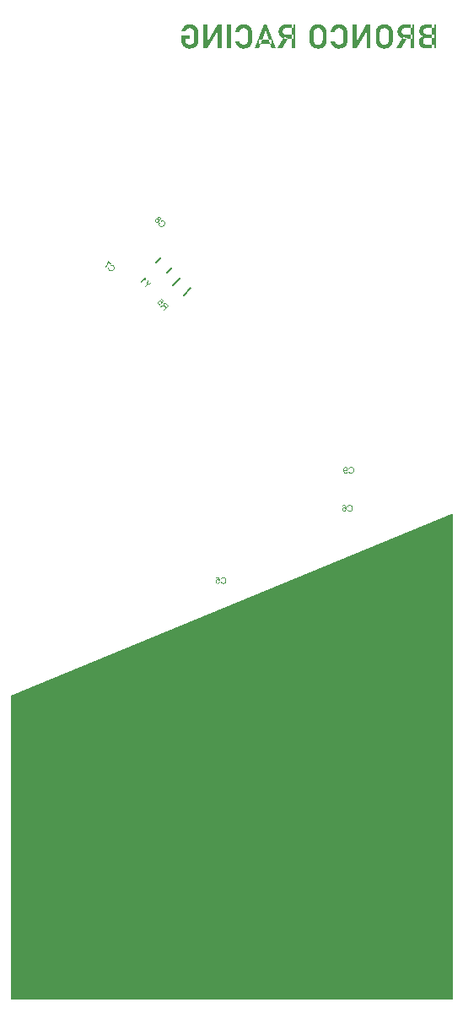
<source format=gbr>
%TF.GenerationSoftware,Altium Limited,Altium Designer,20.2.8 (258)*%
G04 Layer_Color=32896*
%FSLAX26Y26*%
%MOIN*%
%TF.SameCoordinates,5803725C-7DB8-4FA7-A0CF-86E37554034E*%
%TF.FilePolarity,Positive*%
%TF.FileFunction,Legend,Bot*%
%TF.Part,Single*%
G01*
G75*
%TA.AperFunction,NonConductor*%
%ADD59C,0.007874*%
G36*
X2925000Y3025505D02*
Y1110000D01*
X1180000D01*
Y2310000D01*
X2920845Y3028285D01*
X2925000Y3025505D01*
D02*
G37*
G36*
X2860000Y4865962D02*
X2852230D01*
Y4880688D01*
X2844460D01*
Y4865962D01*
X2821002D01*
X2817820Y4866110D01*
X2816340Y4866258D01*
X2814934Y4866480D01*
X2813528Y4866702D01*
X2812270Y4866924D01*
X2811160Y4867220D01*
X2810050Y4867516D01*
X2809088Y4867812D01*
X2808274Y4868108D01*
X2807534Y4868330D01*
X2806868Y4868552D01*
X2806424Y4868774D01*
X2806054Y4868922D01*
X2805832Y4869070D01*
X2805758D01*
X2803464Y4870328D01*
X2802428Y4871068D01*
X2801540Y4871808D01*
X2800652Y4872474D01*
X2799838Y4873214D01*
X2799098Y4873954D01*
X2798432Y4874694D01*
X2797914Y4875360D01*
X2797396Y4875952D01*
X2796952Y4876544D01*
X2796582Y4876988D01*
X2796360Y4877432D01*
X2796138Y4877728D01*
X2795990Y4877876D01*
Y4877950D01*
X2795398Y4879060D01*
X2794880Y4880244D01*
X2793992Y4882538D01*
X2793400Y4884906D01*
X2793030Y4887052D01*
X2792882Y4888014D01*
X2792734Y4888902D01*
X2792660Y4889716D01*
Y4890382D01*
X2792586Y4890974D01*
Y4891344D01*
Y4891640D01*
Y4891714D01*
Y4891862D01*
X2792660Y4894008D01*
X2792956Y4896006D01*
X2793252Y4897856D01*
X2793696Y4899410D01*
X2793918Y4900076D01*
X2794066Y4900742D01*
X2794288Y4901260D01*
X2794436Y4901704D01*
X2794584Y4902074D01*
X2794732Y4902296D01*
X2794806Y4902444D01*
Y4902518D01*
X2795694Y4904220D01*
X2796804Y4905774D01*
X2797840Y4907106D01*
X2798950Y4908290D01*
X2799912Y4909178D01*
X2800652Y4909844D01*
X2800948Y4910140D01*
X2801170Y4910288D01*
X2801318Y4910436D01*
X2801392D01*
X2803094Y4911472D01*
X2804796Y4912360D01*
X2806498Y4913026D01*
X2808126Y4913544D01*
X2809532Y4913914D01*
X2810124Y4914062D01*
X2810642Y4914210D01*
X2811086Y4914284D01*
X2811382D01*
X2811604Y4914358D01*
X2811678D01*
X2809606Y4914802D01*
X2807682Y4915394D01*
X2806054Y4916060D01*
X2804648Y4916726D01*
X2803982Y4917022D01*
X2803464Y4917318D01*
X2803020Y4917614D01*
X2802650Y4917836D01*
X2802280Y4917984D01*
X2802058Y4918132D01*
X2801984Y4918280D01*
X2801910D01*
X2800504Y4919390D01*
X2799246Y4920574D01*
X2798210Y4921832D01*
X2797322Y4922942D01*
X2796656Y4923904D01*
X2796212Y4924718D01*
X2796064Y4925014D01*
X2795916Y4925236D01*
X2795842Y4925310D01*
Y4925384D01*
X2795176Y4927012D01*
X2794658Y4928714D01*
X2794288Y4930268D01*
X2793992Y4931748D01*
X2793844Y4933006D01*
Y4933524D01*
X2793770Y4933968D01*
Y4934338D01*
Y4934634D01*
Y4934782D01*
Y4934856D01*
Y4936336D01*
X2793918Y4937742D01*
X2794288Y4940406D01*
X2794510Y4941590D01*
X2794806Y4942700D01*
X2795102Y4943810D01*
X2795398Y4944772D01*
X2795694Y4945586D01*
X2795990Y4946400D01*
X2796286Y4947066D01*
X2796508Y4947584D01*
X2796730Y4948028D01*
X2796878Y4948324D01*
X2796952Y4948546D01*
X2797026Y4948620D01*
X2797692Y4949656D01*
X2798358Y4950692D01*
X2799838Y4952468D01*
X2801466Y4953948D01*
X2803020Y4955206D01*
X2804352Y4956168D01*
X2805018Y4956538D01*
X2805536Y4956834D01*
X2805980Y4957130D01*
X2806276Y4957278D01*
X2806498Y4957426D01*
X2806572D01*
X2809088Y4958462D01*
X2811678Y4959202D01*
X2814268Y4959720D01*
X2815526Y4959942D01*
X2816710Y4960090D01*
X2817820Y4960238D01*
X2818856Y4960312D01*
X2819818Y4960386D01*
X2820558D01*
X2821224Y4960460D01*
X2844460D01*
Y4945808D01*
X2822334D01*
X2821150Y4945660D01*
X2820040Y4945512D01*
X2819004Y4945364D01*
X2818042Y4945142D01*
X2817228Y4944846D01*
X2816414Y4944550D01*
X2815748Y4944328D01*
X2815082Y4944032D01*
X2814564Y4943736D01*
X2814120Y4943514D01*
X2813750Y4943218D01*
X2813454Y4943070D01*
X2813232Y4942922D01*
X2813158Y4942774D01*
X2813084D01*
X2812418Y4942182D01*
X2811900Y4941516D01*
X2811382Y4940850D01*
X2811012Y4940110D01*
X2810346Y4938630D01*
X2809902Y4937224D01*
X2809680Y4935892D01*
X2809532Y4935374D01*
Y4934856D01*
X2809458Y4934486D01*
Y4934190D01*
Y4933968D01*
Y4933894D01*
Y4932784D01*
X2809606Y4931822D01*
X2809976Y4929972D01*
X2810568Y4928418D01*
X2811160Y4927160D01*
X2811752Y4926198D01*
X2812344Y4925458D01*
X2812714Y4925014D01*
X2812788Y4924940D01*
X2812862Y4924866D01*
X2814268Y4923830D01*
X2815822Y4923090D01*
X2817450Y4922498D01*
X2819078Y4922128D01*
X2820484Y4921906D01*
X2821076Y4921832D01*
X2821668D01*
X2822112Y4921758D01*
X2844460D01*
Y4945808D01*
X2852230D01*
Y4960460D01*
X2860000D01*
Y4865962D01*
D02*
G37*
G36*
X2774012D02*
X2758472D01*
Y4904960D01*
X2767574D01*
Y4919834D01*
X2758472D01*
Y4904960D01*
X2743242D01*
X2722434Y4865962D01*
X2703786D01*
X2726068Y4906216D01*
X2726578Y4906070D01*
X2727762Y4905774D01*
X2729020Y4905478D01*
X2731684Y4905108D01*
X2733090Y4905034D01*
X2734570Y4904960D01*
X2743242D01*
X2744782Y4907846D01*
X2728650Y4910880D01*
X2726068Y4906216D01*
X2725542Y4906366D01*
X2724506Y4906662D01*
X2723618Y4906958D01*
X2722878Y4907254D01*
X2722138Y4907550D01*
X2721546Y4907846D01*
X2721102Y4908068D01*
X2720806Y4908216D01*
X2720584Y4908364D01*
X2720510D01*
X2718364Y4909770D01*
X2716514Y4911324D01*
X2714886Y4912952D01*
X2713554Y4914580D01*
X2712518Y4915986D01*
X2712074Y4916578D01*
X2711704Y4917096D01*
X2711482Y4917540D01*
X2711260Y4917836D01*
X2711112Y4918058D01*
Y4918132D01*
X2710520Y4919316D01*
X2710002Y4920574D01*
X2709114Y4923090D01*
X2708522Y4925532D01*
X2708300Y4926716D01*
X2708152Y4927826D01*
X2708004Y4928862D01*
X2707856Y4929824D01*
X2707782Y4930638D01*
Y4931378D01*
X2707708Y4931970D01*
Y4932414D01*
Y4932710D01*
Y4932784D01*
Y4934338D01*
X2707856Y4935818D01*
X2708226Y4938556D01*
X2708448Y4939814D01*
X2708744Y4941072D01*
X2709040Y4942182D01*
X2709336Y4943218D01*
X2709706Y4944106D01*
X2710002Y4944920D01*
X2710298Y4945660D01*
X2710520Y4946252D01*
X2710742Y4946696D01*
X2710890Y4947066D01*
X2710964Y4947288D01*
X2711038Y4947362D01*
X2712370Y4949582D01*
X2713924Y4951506D01*
X2715478Y4953208D01*
X2716958Y4954540D01*
X2717698Y4955132D01*
X2718364Y4955650D01*
X2718956Y4956094D01*
X2719400Y4956464D01*
X2719844Y4956686D01*
X2720140Y4956908D01*
X2720362Y4956982D01*
X2720436Y4957056D01*
X2721620Y4957648D01*
X2722804Y4958240D01*
X2725172Y4959054D01*
X2727540Y4959720D01*
X2729760Y4960090D01*
X2730796Y4960238D01*
X2731684Y4960386D01*
X2732498Y4960460D01*
X2733238D01*
X2733756Y4960534D01*
X2758472D01*
Y4945660D01*
X2735014D01*
X2733830Y4945586D01*
X2732720Y4945438D01*
X2731684Y4945142D01*
X2730870Y4944846D01*
X2730130Y4944550D01*
X2729612Y4944254D01*
X2729316Y4944106D01*
X2729168Y4944032D01*
X2728280Y4943366D01*
X2727466Y4942700D01*
X2726874Y4941960D01*
X2726282Y4941220D01*
X2725838Y4940554D01*
X2725542Y4940036D01*
X2725394Y4939666D01*
X2725320Y4939518D01*
X2724876Y4938408D01*
X2724506Y4937224D01*
X2724284Y4936114D01*
X2724062Y4935078D01*
X2723988Y4934190D01*
X2723914Y4933450D01*
Y4933154D01*
Y4932932D01*
Y4932858D01*
Y4932784D01*
X2723988Y4931378D01*
X2724210Y4930120D01*
X2724432Y4928936D01*
X2724654Y4927974D01*
X2724950Y4927086D01*
X2725172Y4926494D01*
X2725320Y4926124D01*
X2725394Y4925976D01*
X2725912Y4924940D01*
X2726578Y4923978D01*
X2727170Y4923238D01*
X2727836Y4922572D01*
X2728354Y4922054D01*
X2728798Y4921684D01*
X2729094Y4921462D01*
X2729242Y4921388D01*
X2730204Y4920870D01*
X2731166Y4920500D01*
X2732202Y4920204D01*
X2733090Y4920056D01*
X2733830Y4919908D01*
X2734496Y4919834D01*
X2758472D01*
Y4945660D01*
X2767574D01*
Y4960534D01*
X2774012D01*
Y4865962D01*
D02*
G37*
G36*
X2303890Y4865962D02*
X2288350D01*
Y4904960D01*
X2297452D01*
Y4919834D01*
X2288350D01*
Y4904960D01*
X2273120D01*
X2252312Y4865962D01*
X2233664D01*
X2255946Y4906216D01*
X2256456Y4906070D01*
X2257640Y4905774D01*
X2258898Y4905478D01*
X2261562Y4905108D01*
X2262968Y4905034D01*
X2264448Y4904960D01*
X2273120D01*
X2274660Y4907846D01*
X2258528Y4910880D01*
X2255946Y4906216D01*
X2255420Y4906366D01*
X2254384Y4906662D01*
X2253496Y4906958D01*
X2252756Y4907254D01*
X2252016Y4907550D01*
X2251424Y4907846D01*
X2250980Y4908068D01*
X2250684Y4908216D01*
X2250462Y4908364D01*
X2250388D01*
X2248242Y4909770D01*
X2246392Y4911324D01*
X2244764Y4912952D01*
X2243432Y4914580D01*
X2242396Y4915986D01*
X2241952Y4916578D01*
X2241582Y4917096D01*
X2241360Y4917540D01*
X2241138Y4917836D01*
X2240990Y4918058D01*
Y4918132D01*
X2240398Y4919316D01*
X2239880Y4920574D01*
X2238992Y4923090D01*
X2238400Y4925532D01*
X2238178Y4926716D01*
X2238030Y4927826D01*
X2237882Y4928862D01*
X2237734Y4929824D01*
X2237660Y4930638D01*
Y4931378D01*
X2237586Y4931970D01*
Y4932414D01*
Y4932710D01*
Y4932784D01*
Y4934338D01*
X2237734Y4935818D01*
X2238104Y4938556D01*
X2238326Y4939814D01*
X2238622Y4941072D01*
X2238918Y4942182D01*
X2239214Y4943218D01*
X2239584Y4944106D01*
X2239880Y4944920D01*
X2240176Y4945660D01*
X2240398Y4946252D01*
X2240620Y4946696D01*
X2240768Y4947066D01*
X2240842Y4947288D01*
X2240916Y4947362D01*
X2242248Y4949582D01*
X2243802Y4951506D01*
X2245356Y4953208D01*
X2246836Y4954540D01*
X2247576Y4955132D01*
X2248242Y4955650D01*
X2248834Y4956094D01*
X2249278Y4956464D01*
X2249722Y4956686D01*
X2250018Y4956908D01*
X2250240Y4956982D01*
X2250314Y4957056D01*
X2251498Y4957648D01*
X2252682Y4958240D01*
X2255050Y4959054D01*
X2257418Y4959720D01*
X2259638Y4960090D01*
X2260674Y4960238D01*
X2261562Y4960386D01*
X2262376Y4960460D01*
X2263116D01*
X2263634Y4960534D01*
X2288350D01*
Y4945660D01*
X2264892D01*
X2263708Y4945586D01*
X2262598Y4945438D01*
X2261562Y4945142D01*
X2260748Y4944846D01*
X2260008Y4944550D01*
X2259490Y4944254D01*
X2259194Y4944106D01*
X2259046Y4944032D01*
X2258158Y4943366D01*
X2257344Y4942700D01*
X2256752Y4941960D01*
X2256160Y4941220D01*
X2255716Y4940554D01*
X2255420Y4940036D01*
X2255272Y4939666D01*
X2255198Y4939518D01*
X2254754Y4938408D01*
X2254384Y4937224D01*
X2254162Y4936114D01*
X2253940Y4935078D01*
X2253866Y4934190D01*
X2253792Y4933450D01*
Y4933154D01*
Y4932932D01*
Y4932858D01*
Y4932784D01*
X2253866Y4931378D01*
X2254088Y4930120D01*
X2254310Y4928936D01*
X2254532Y4927974D01*
X2254828Y4927086D01*
X2255050Y4926494D01*
X2255198Y4926124D01*
X2255272Y4925976D01*
X2255790Y4924940D01*
X2256456Y4923978D01*
X2257048Y4923238D01*
X2257714Y4922572D01*
X2258232Y4922054D01*
X2258676Y4921684D01*
X2258972Y4921462D01*
X2259120Y4921388D01*
X2260082Y4920870D01*
X2261044Y4920500D01*
X2262080Y4920204D01*
X2262968Y4920056D01*
X2263708Y4919908D01*
X2264374Y4919834D01*
X2288350D01*
Y4945660D01*
X2297452D01*
Y4960534D01*
X2303890D01*
Y4865962D01*
D02*
G37*
G36*
X2601222Y4865962D02*
X2586126D01*
Y4934920D01*
X2587680Y4937668D01*
X2586126Y4939370D01*
Y4934920D01*
X2547128Y4865962D01*
X2530108D01*
Y4960460D01*
X2545130D01*
Y4890490D01*
X2584350Y4960460D01*
X2601222D01*
Y4865962D01*
D02*
G37*
G36*
X2011812Y4865962D02*
X1996716Y4865962D01*
Y4934920D01*
X1998270Y4937668D01*
X1996716Y4939370D01*
Y4934920D01*
X1957718Y4865962D01*
X1940698D01*
Y4960460D01*
X1955720D01*
Y4890490D01*
X1994940Y4960460D01*
X2011812Y4960460D01*
Y4865962D01*
D02*
G37*
G36*
X1888602Y4961422D02*
X1890452Y4961274D01*
X1892154Y4961052D01*
X1893782Y4960830D01*
X1895336Y4960460D01*
X1896816Y4960090D01*
X1898148Y4959720D01*
X1899406Y4959276D01*
X1900590Y4958832D01*
X1901552Y4958462D01*
X1902440Y4958092D01*
X1903180Y4957722D01*
X1903772Y4957500D01*
X1904142Y4957278D01*
X1904438Y4957130D01*
X1904512Y4957056D01*
X1905918Y4956168D01*
X1907176Y4955280D01*
X1908434Y4954318D01*
X1909544Y4953282D01*
X1910654Y4952246D01*
X1911616Y4951210D01*
X1912504Y4950248D01*
X1913318Y4949212D01*
X1913984Y4948324D01*
X1914650Y4947436D01*
X1915168Y4946696D01*
X1915538Y4946030D01*
X1915908Y4945438D01*
X1916130Y4945068D01*
X1916278Y4944772D01*
X1916352Y4944698D01*
X1917092Y4943144D01*
X1917684Y4941590D01*
X1918276Y4940036D01*
X1918720Y4938408D01*
X1919460Y4935300D01*
X1919756Y4933820D01*
X1919978Y4932414D01*
X1920126Y4931082D01*
X1920274Y4929898D01*
X1920348Y4928788D01*
X1920422Y4927900D01*
X1920496Y4927160D01*
Y4926568D01*
Y4926272D01*
Y4926124D01*
Y4898226D01*
X1920422Y4896376D01*
X1920348Y4894600D01*
X1920126Y4892898D01*
X1919830Y4891344D01*
X1919534Y4889790D01*
X1919164Y4888310D01*
X1918794Y4886978D01*
X1918350Y4885794D01*
X1917980Y4884684D01*
X1917610Y4883648D01*
X1917240Y4882834D01*
X1916944Y4882094D01*
X1916648Y4881502D01*
X1916426Y4881132D01*
X1916352Y4880836D01*
X1916278Y4880762D01*
X1915464Y4879356D01*
X1914502Y4878098D01*
X1913540Y4876914D01*
X1912578Y4875730D01*
X1911616Y4874694D01*
X1910580Y4873732D01*
X1909618Y4872844D01*
X1908656Y4872104D01*
X1907768Y4871364D01*
X1906954Y4870772D01*
X1906214Y4870254D01*
X1905548Y4869810D01*
X1905030Y4869514D01*
X1904660Y4869292D01*
X1904364Y4869144D01*
X1904290Y4869070D01*
X1902810Y4868330D01*
X1901256Y4867738D01*
X1899776Y4867220D01*
X1898222Y4866702D01*
X1895188Y4865962D01*
X1893782Y4865740D01*
X1892450Y4865518D01*
X1891118Y4865370D01*
X1890008Y4865222D01*
X1888972Y4865148D01*
X1888084Y4865074D01*
X1887344Y4865000D01*
X1886382D01*
X1884532Y4865074D01*
X1882756Y4865222D01*
X1880980Y4865370D01*
X1879352Y4865666D01*
X1877798Y4866036D01*
X1876318Y4866406D01*
X1874986Y4866776D01*
X1873728Y4867220D01*
X1872618Y4867590D01*
X1871582Y4867960D01*
X1870694Y4868330D01*
X1869954Y4868700D01*
X1869362Y4868996D01*
X1868992Y4869144D01*
X1868696Y4869292D01*
X1868622Y4869366D01*
X1867216Y4870254D01*
X1865884Y4871142D01*
X1864700Y4872104D01*
X1863516Y4873140D01*
X1862480Y4874176D01*
X1861518Y4875212D01*
X1860630Y4876174D01*
X1859816Y4877210D01*
X1859076Y4878098D01*
X1858484Y4878986D01*
X1857966Y4879726D01*
X1857522Y4880392D01*
X1857226Y4880984D01*
X1857004Y4881354D01*
X1856856Y4881650D01*
X1856782Y4881724D01*
X1856042Y4883278D01*
X1855376Y4884832D01*
X1854858Y4886460D01*
X1854414Y4888014D01*
X1853674Y4891122D01*
X1853378Y4892602D01*
X1853156Y4894008D01*
X1853008Y4895340D01*
X1852860Y4896524D01*
X1852786Y4897634D01*
X1852712Y4898522D01*
X1852638Y4899262D01*
Y4899854D01*
Y4900150D01*
Y4900298D01*
Y4917836D01*
X1885420D01*
Y4902962D01*
X1868622D01*
Y4900076D01*
X1868696Y4897930D01*
X1868992Y4895932D01*
X1869288Y4894156D01*
X1869732Y4892602D01*
X1869954Y4891936D01*
X1870102Y4891344D01*
X1870324Y4890826D01*
X1870472Y4890456D01*
X1870620Y4890086D01*
X1870768Y4889864D01*
X1870842Y4889716D01*
Y4889642D01*
X1871730Y4888088D01*
X1872692Y4886756D01*
X1873728Y4885646D01*
X1874764Y4884684D01*
X1875652Y4883944D01*
X1876392Y4883426D01*
X1876688Y4883204D01*
X1876910Y4883056D01*
X1876984Y4882982D01*
X1877058D01*
X1878612Y4882242D01*
X1880166Y4881650D01*
X1881794Y4881280D01*
X1883200Y4880984D01*
X1884458Y4880836D01*
X1885050Y4880762D01*
X1885494D01*
X1885864Y4880688D01*
X1886382D01*
X1888306Y4880762D01*
X1890156Y4881058D01*
X1891784Y4881354D01*
X1893190Y4881798D01*
X1894300Y4882168D01*
X1894818Y4882316D01*
X1895188Y4882538D01*
X1895484Y4882612D01*
X1895706Y4882760D01*
X1895854Y4882834D01*
X1895928D01*
X1897334Y4883722D01*
X1898592Y4884758D01*
X1899702Y4885720D01*
X1900590Y4886756D01*
X1901330Y4887644D01*
X1901774Y4888310D01*
X1901996Y4888606D01*
X1902144Y4888828D01*
X1902218Y4888902D01*
Y4888976D01*
X1902958Y4890530D01*
X1903476Y4892084D01*
X1903920Y4893638D01*
X1904142Y4895118D01*
X1904290Y4896376D01*
X1904364Y4896894D01*
Y4897338D01*
X1904438Y4897708D01*
Y4898004D01*
Y4898152D01*
Y4898226D01*
Y4926124D01*
X1904364Y4928270D01*
X1904068Y4930194D01*
X1903772Y4931970D01*
X1903328Y4933450D01*
X1903180Y4934116D01*
X1902958Y4934708D01*
X1902810Y4935226D01*
X1902588Y4935596D01*
X1902514Y4935966D01*
X1902366Y4936188D01*
X1902292Y4936336D01*
Y4936410D01*
X1901404Y4938038D01*
X1900368Y4939370D01*
X1899332Y4940628D01*
X1898370Y4941590D01*
X1897482Y4942330D01*
X1896742Y4942922D01*
X1896446Y4943144D01*
X1896224Y4943218D01*
X1896150Y4943366D01*
X1896076D01*
X1894522Y4944180D01*
X1892894Y4944772D01*
X1891340Y4945216D01*
X1889860Y4945512D01*
X1888602Y4945660D01*
X1888084Y4945734D01*
X1887640Y4945808D01*
X1886752D01*
X1885420Y4945734D01*
X1884088Y4945586D01*
X1882904Y4945364D01*
X1881868Y4945068D01*
X1880980Y4944772D01*
X1880314Y4944550D01*
X1879870Y4944402D01*
X1879722Y4944328D01*
X1878464Y4943736D01*
X1877354Y4943070D01*
X1876318Y4942330D01*
X1875504Y4941664D01*
X1874764Y4940998D01*
X1874246Y4940480D01*
X1873950Y4940184D01*
X1873802Y4940036D01*
X1872914Y4939000D01*
X1872174Y4937816D01*
X1871582Y4936706D01*
X1871064Y4935670D01*
X1870694Y4934782D01*
X1870398Y4934042D01*
X1870324Y4933746D01*
X1870250Y4933524D01*
X1870176Y4933450D01*
Y4933376D01*
X1853378D01*
X1854118Y4936410D01*
X1855080Y4939222D01*
X1855598Y4940480D01*
X1856116Y4941738D01*
X1856634Y4942848D01*
X1857152Y4943884D01*
X1857670Y4944846D01*
X1858188Y4945660D01*
X1858558Y4946400D01*
X1859002Y4946992D01*
X1859298Y4947436D01*
X1859520Y4947806D01*
X1859668Y4948028D01*
X1859742Y4948102D01*
X1861592Y4950396D01*
X1863590Y4952394D01*
X1865514Y4954096D01*
X1866476Y4954836D01*
X1867364Y4955502D01*
X1868252Y4956094D01*
X1869066Y4956612D01*
X1869732Y4956982D01*
X1870324Y4957352D01*
X1870842Y4957648D01*
X1871212Y4957870D01*
X1871434Y4957944D01*
X1871508Y4958018D01*
X1872840Y4958610D01*
X1874172Y4959202D01*
X1876836Y4960016D01*
X1879352Y4960682D01*
X1880610Y4960904D01*
X1881720Y4961052D01*
X1882830Y4961200D01*
X1883792Y4961348D01*
X1884606Y4961422D01*
X1885346D01*
X1885938Y4961496D01*
X1886752D01*
X1888602Y4961422D01*
D02*
G37*
G36*
X2478308Y4961422D02*
X2480084Y4961348D01*
X2481860Y4961126D01*
X2483488Y4960830D01*
X2485116Y4960534D01*
X2486596Y4960164D01*
X2487928Y4959720D01*
X2489186Y4959350D01*
X2490296Y4958980D01*
X2491332Y4958536D01*
X2492220Y4958166D01*
X2492960Y4957870D01*
X2493552Y4957574D01*
X2493922Y4957426D01*
X2494218Y4957278D01*
X2494292Y4957204D01*
X2495698Y4956390D01*
X2496956Y4955428D01*
X2498140Y4954466D01*
X2499324Y4953504D01*
X2500360Y4952468D01*
X2501248Y4951432D01*
X2502136Y4950396D01*
X2502950Y4949434D01*
X2503616Y4948546D01*
X2504208Y4947658D01*
X2504726Y4946918D01*
X2505170Y4946252D01*
X2505466Y4945660D01*
X2505688Y4945290D01*
X2505836Y4944994D01*
X2505910Y4944920D01*
X2506576Y4943440D01*
X2507242Y4941812D01*
X2507760Y4940258D01*
X2508204Y4938630D01*
X2508944Y4935522D01*
X2509166Y4933968D01*
X2509388Y4932562D01*
X2509536Y4931230D01*
X2509684Y4929972D01*
X2509758Y4928862D01*
X2509832Y4927974D01*
X2509906Y4927160D01*
Y4926642D01*
Y4926272D01*
Y4926124D01*
Y4900224D01*
X2509832Y4898226D01*
X2509758Y4896302D01*
X2509536Y4894452D01*
X2509314Y4892676D01*
X2508944Y4891048D01*
X2508648Y4889494D01*
X2508278Y4888014D01*
X2507908Y4886682D01*
X2507538Y4885498D01*
X2507168Y4884462D01*
X2506798Y4883574D01*
X2506502Y4882760D01*
X2506280Y4882168D01*
X2506058Y4881724D01*
X2505984Y4881428D01*
X2505910Y4881354D01*
X2505096Y4879948D01*
X2504208Y4878542D01*
X2503320Y4877284D01*
X2502358Y4876100D01*
X2501396Y4875064D01*
X2500434Y4874028D01*
X2499472Y4873140D01*
X2498584Y4872326D01*
X2497696Y4871586D01*
X2496882Y4870994D01*
X2496142Y4870476D01*
X2495550Y4870032D01*
X2495032Y4869662D01*
X2494588Y4869440D01*
X2494366Y4869292D01*
X2494292Y4869218D01*
X2492812Y4868478D01*
X2491332Y4867812D01*
X2489778Y4867294D01*
X2488298Y4866776D01*
X2486744Y4866406D01*
X2485264Y4866036D01*
X2483858Y4865740D01*
X2482452Y4865518D01*
X2481194Y4865370D01*
X2480010Y4865222D01*
X2478974Y4865148D01*
X2478086Y4865074D01*
X2477346Y4865000D01*
X2476384D01*
X2474830Y4865074D01*
X2473276Y4865148D01*
X2470390Y4865592D01*
X2469058Y4865814D01*
X2467800Y4866184D01*
X2466616Y4866480D01*
X2465506Y4866850D01*
X2464470Y4867146D01*
X2463582Y4867516D01*
X2462842Y4867812D01*
X2462176Y4868034D01*
X2461658Y4868330D01*
X2461288Y4868478D01*
X2461066Y4868552D01*
X2460992Y4868626D01*
X2458476Y4870106D01*
X2456256Y4871808D01*
X2455220Y4872696D01*
X2454258Y4873584D01*
X2453370Y4874472D01*
X2452630Y4875286D01*
X2451890Y4876026D01*
X2451298Y4876766D01*
X2450706Y4877432D01*
X2450262Y4878024D01*
X2449892Y4878468D01*
X2449670Y4878838D01*
X2449522Y4879060D01*
X2449448Y4879134D01*
X2447894Y4881798D01*
X2446562Y4884536D01*
X2445452Y4887274D01*
X2445008Y4888532D01*
X2444564Y4889790D01*
X2444268Y4890974D01*
X2443972Y4892010D01*
X2443676Y4892972D01*
X2443528Y4893786D01*
X2443306Y4894452D01*
X2443232Y4894896D01*
X2443158Y4895266D01*
Y4895340D01*
X2459142D01*
X2459586Y4893638D01*
X2460178Y4892084D01*
X2460770Y4890678D01*
X2461436Y4889494D01*
X2461954Y4888532D01*
X2462398Y4887792D01*
X2462694Y4887348D01*
X2462842Y4887274D01*
Y4887200D01*
X2463804Y4886016D01*
X2464840Y4884980D01*
X2465876Y4884092D01*
X2466764Y4883352D01*
X2467578Y4882834D01*
X2468244Y4882390D01*
X2468688Y4882168D01*
X2468762Y4882094D01*
X2468836D01*
X2470168Y4881502D01*
X2471500Y4881132D01*
X2472758Y4880836D01*
X2473942Y4880614D01*
X2474904Y4880466D01*
X2475718Y4880392D01*
X2476384D01*
X2478308Y4880466D01*
X2480084Y4880762D01*
X2481712Y4881132D01*
X2483044Y4881576D01*
X2484154Y4882020D01*
X2484598Y4882242D01*
X2485042Y4882390D01*
X2485338Y4882538D01*
X2485560Y4882686D01*
X2485634Y4882760D01*
X2485708D01*
X2487114Y4883796D01*
X2488298Y4884832D01*
X2489334Y4886016D01*
X2490222Y4887126D01*
X2490888Y4888088D01*
X2491406Y4888902D01*
X2491554Y4889198D01*
X2491702Y4889420D01*
X2491776Y4889568D01*
Y4889642D01*
X2492442Y4891418D01*
X2492960Y4893194D01*
X2493330Y4894970D01*
X2493552Y4896598D01*
X2493700Y4897412D01*
Y4898078D01*
X2493774Y4898670D01*
X2493848Y4899188D01*
Y4899632D01*
Y4899928D01*
Y4900150D01*
Y4900224D01*
Y4926124D01*
X2493774Y4928344D01*
X2493552Y4930342D01*
X2493182Y4932192D01*
X2492812Y4933746D01*
X2492590Y4934412D01*
X2492442Y4935004D01*
X2492220Y4935522D01*
X2492072Y4935892D01*
X2491998Y4936262D01*
X2491850Y4936484D01*
X2491776Y4936632D01*
Y4936706D01*
X2490888Y4938334D01*
X2489926Y4939666D01*
X2488890Y4940924D01*
X2487928Y4941886D01*
X2487040Y4942626D01*
X2486374Y4943218D01*
X2486078Y4943440D01*
X2485856Y4943514D01*
X2485782Y4943662D01*
X2485708D01*
X2484154Y4944476D01*
X2482600Y4945068D01*
X2481046Y4945512D01*
X2479566Y4945808D01*
X2478308Y4945956D01*
X2477790Y4946030D01*
X2477272Y4946104D01*
X2476384D01*
X2474904Y4946030D01*
X2473498Y4945808D01*
X2472240Y4945512D01*
X2471056Y4945216D01*
X2470168Y4944846D01*
X2469428Y4944550D01*
X2468984Y4944328D01*
X2468910Y4944254D01*
X2468836D01*
X2467578Y4943514D01*
X2466394Y4942700D01*
X2465432Y4941812D01*
X2464544Y4940998D01*
X2463804Y4940258D01*
X2463286Y4939666D01*
X2462990Y4939222D01*
X2462842Y4939148D01*
Y4939074D01*
X2461954Y4937742D01*
X2461214Y4936410D01*
X2460548Y4935078D01*
X2460030Y4933820D01*
X2459660Y4932710D01*
X2459364Y4931822D01*
X2459290Y4931526D01*
X2459216Y4931304D01*
X2459142Y4931156D01*
Y4931082D01*
X2443158D01*
X2443898Y4934486D01*
X2444342Y4936040D01*
X2444860Y4937594D01*
X2445378Y4939000D01*
X2445896Y4940332D01*
X2446414Y4941590D01*
X2446932Y4942700D01*
X2447450Y4943736D01*
X2447894Y4944624D01*
X2448338Y4945438D01*
X2448708Y4946104D01*
X2449004Y4946622D01*
X2449226Y4946992D01*
X2449374Y4947214D01*
X2449448Y4947288D01*
X2450336Y4948546D01*
X2451224Y4949730D01*
X2452186Y4950840D01*
X2453148Y4951802D01*
X2454184Y4952764D01*
X2455146Y4953652D01*
X2456034Y4954392D01*
X2456922Y4955132D01*
X2457810Y4955724D01*
X2458550Y4956316D01*
X2459216Y4956760D01*
X2459808Y4957130D01*
X2460326Y4957426D01*
X2460696Y4957648D01*
X2460918Y4957722D01*
X2460992Y4957796D01*
X2462324Y4958462D01*
X2463656Y4959054D01*
X2464988Y4959498D01*
X2466320Y4959942D01*
X2468910Y4960608D01*
X2470094Y4960830D01*
X2471278Y4961052D01*
X2472314Y4961200D01*
X2473350Y4961274D01*
X2474164Y4961422D01*
X2474978D01*
X2475570Y4961496D01*
X2476384D01*
X2478308Y4961422D01*
D02*
G37*
G36*
X2101204D02*
X2102980Y4961348D01*
X2104756Y4961126D01*
X2106384Y4960830D01*
X2108012Y4960534D01*
X2109492Y4960164D01*
X2110824Y4959720D01*
X2112082Y4959350D01*
X2113192Y4958980D01*
X2114228Y4958536D01*
X2115116Y4958166D01*
X2115856Y4957870D01*
X2116448Y4957574D01*
X2116818Y4957426D01*
X2117114Y4957278D01*
X2117188Y4957204D01*
X2118594Y4956390D01*
X2119852Y4955428D01*
X2121036Y4954466D01*
X2122220Y4953504D01*
X2123256Y4952468D01*
X2124144Y4951432D01*
X2125032Y4950396D01*
X2125846Y4949434D01*
X2126512Y4948546D01*
X2127104Y4947658D01*
X2127622Y4946918D01*
X2128066Y4946252D01*
X2128362Y4945660D01*
X2128584Y4945290D01*
X2128732Y4944994D01*
X2128806Y4944920D01*
X2129472Y4943440D01*
X2130138Y4941812D01*
X2130656Y4940258D01*
X2131100Y4938630D01*
X2131840Y4935522D01*
X2132062Y4933968D01*
X2132284Y4932562D01*
X2132432Y4931230D01*
X2132580Y4929972D01*
X2132654Y4928862D01*
X2132728Y4927974D01*
X2132802Y4927160D01*
Y4926642D01*
Y4926272D01*
Y4926124D01*
Y4900224D01*
X2132728Y4898226D01*
X2132654Y4896302D01*
X2132432Y4894452D01*
X2132210Y4892676D01*
X2131840Y4891048D01*
X2131544Y4889494D01*
X2131174Y4888014D01*
X2130804Y4886682D01*
X2130434Y4885498D01*
X2130064Y4884462D01*
X2129694Y4883574D01*
X2129398Y4882760D01*
X2129176Y4882168D01*
X2128954Y4881724D01*
X2128880Y4881428D01*
X2128806Y4881354D01*
X2127992Y4879948D01*
X2127104Y4878542D01*
X2126216Y4877284D01*
X2125254Y4876100D01*
X2124292Y4875064D01*
X2123330Y4874028D01*
X2122368Y4873140D01*
X2121480Y4872326D01*
X2120592Y4871586D01*
X2119778Y4870994D01*
X2119038Y4870476D01*
X2118446Y4870032D01*
X2117928Y4869662D01*
X2117484Y4869440D01*
X2117262Y4869292D01*
X2117188Y4869218D01*
X2115708Y4868478D01*
X2114228Y4867812D01*
X2112674Y4867294D01*
X2111194Y4866776D01*
X2109640Y4866406D01*
X2108160Y4866036D01*
X2106754Y4865740D01*
X2105348Y4865518D01*
X2104090Y4865370D01*
X2102906Y4865222D01*
X2101870Y4865148D01*
X2100982Y4865074D01*
X2100242Y4865000D01*
X2099280D01*
X2097726Y4865074D01*
X2096172Y4865148D01*
X2093286Y4865592D01*
X2091954Y4865814D01*
X2090696Y4866184D01*
X2089512Y4866480D01*
X2088402Y4866850D01*
X2087366Y4867146D01*
X2086478Y4867516D01*
X2085738Y4867812D01*
X2085072Y4868034D01*
X2084554Y4868330D01*
X2084184Y4868478D01*
X2083962Y4868552D01*
X2083888Y4868626D01*
X2081372Y4870106D01*
X2079152Y4871808D01*
X2078116Y4872696D01*
X2077154Y4873584D01*
X2076266Y4874472D01*
X2075526Y4875286D01*
X2074786Y4876026D01*
X2074194Y4876766D01*
X2073602Y4877432D01*
X2073158Y4878024D01*
X2072788Y4878468D01*
X2072566Y4878838D01*
X2072418Y4879060D01*
X2072344Y4879134D01*
X2070790Y4881798D01*
X2069458Y4884536D01*
X2068348Y4887274D01*
X2067904Y4888532D01*
X2067460Y4889790D01*
X2067164Y4890974D01*
X2066868Y4892010D01*
X2066572Y4892972D01*
X2066424Y4893786D01*
X2066202Y4894452D01*
X2066128Y4894896D01*
X2066054Y4895266D01*
Y4895340D01*
X2082038D01*
X2082482Y4893638D01*
X2083074Y4892084D01*
X2083666Y4890678D01*
X2084332Y4889494D01*
X2084850Y4888532D01*
X2085294Y4887792D01*
X2085590Y4887348D01*
X2085738Y4887274D01*
Y4887200D01*
X2086700Y4886016D01*
X2087736Y4884980D01*
X2088772Y4884092D01*
X2089660Y4883352D01*
X2090474Y4882834D01*
X2091140Y4882390D01*
X2091584Y4882168D01*
X2091658Y4882094D01*
X2091732D01*
X2093064Y4881502D01*
X2094396Y4881132D01*
X2095654Y4880836D01*
X2096838Y4880614D01*
X2097800Y4880466D01*
X2098614Y4880392D01*
X2099280D01*
X2101204Y4880466D01*
X2102980Y4880762D01*
X2104608Y4881132D01*
X2105940Y4881576D01*
X2107050Y4882020D01*
X2107494Y4882242D01*
X2107938Y4882390D01*
X2108234Y4882538D01*
X2108456Y4882686D01*
X2108530Y4882760D01*
X2108604D01*
X2110010Y4883796D01*
X2111194Y4884832D01*
X2112230Y4886016D01*
X2113118Y4887126D01*
X2113784Y4888088D01*
X2114302Y4888902D01*
X2114450Y4889198D01*
X2114598Y4889420D01*
X2114672Y4889568D01*
Y4889642D01*
X2115338Y4891418D01*
X2115856Y4893194D01*
X2116226Y4894970D01*
X2116448Y4896598D01*
X2116596Y4897412D01*
Y4898078D01*
X2116670Y4898670D01*
X2116744Y4899188D01*
Y4899632D01*
Y4899928D01*
Y4900150D01*
Y4900224D01*
Y4926124D01*
X2116670Y4928344D01*
X2116448Y4930342D01*
X2116078Y4932192D01*
X2115708Y4933746D01*
X2115486Y4934412D01*
X2115338Y4935004D01*
X2115116Y4935522D01*
X2114968Y4935892D01*
X2114894Y4936262D01*
X2114746Y4936484D01*
X2114672Y4936632D01*
Y4936706D01*
X2113784Y4938334D01*
X2112822Y4939666D01*
X2111786Y4940924D01*
X2110824Y4941886D01*
X2109936Y4942626D01*
X2109270Y4943218D01*
X2108974Y4943440D01*
X2108752Y4943514D01*
X2108678Y4943662D01*
X2108604D01*
X2107050Y4944476D01*
X2105496Y4945068D01*
X2103942Y4945512D01*
X2102462Y4945808D01*
X2101204Y4945956D01*
X2100686Y4946030D01*
X2100168Y4946104D01*
X2099280D01*
X2097800Y4946030D01*
X2096394Y4945808D01*
X2095136Y4945512D01*
X2093952Y4945216D01*
X2093064Y4944846D01*
X2092324Y4944550D01*
X2091880Y4944328D01*
X2091806Y4944254D01*
X2091732D01*
X2090474Y4943514D01*
X2089290Y4942700D01*
X2088328Y4941812D01*
X2087440Y4940998D01*
X2086700Y4940258D01*
X2086182Y4939666D01*
X2085886Y4939222D01*
X2085738Y4939148D01*
Y4939074D01*
X2084850Y4937742D01*
X2084110Y4936410D01*
X2083444Y4935078D01*
X2082926Y4933820D01*
X2082556Y4932710D01*
X2082260Y4931822D01*
X2082186Y4931526D01*
X2082112Y4931304D01*
X2082038Y4931156D01*
Y4931082D01*
X2066054D01*
X2066794Y4934486D01*
X2067238Y4936040D01*
X2067756Y4937594D01*
X2068274Y4939000D01*
X2068792Y4940332D01*
X2069310Y4941590D01*
X2069828Y4942700D01*
X2070346Y4943736D01*
X2070790Y4944624D01*
X2071234Y4945438D01*
X2071604Y4946104D01*
X2071900Y4946622D01*
X2072122Y4946992D01*
X2072270Y4947214D01*
X2072344Y4947288D01*
X2073232Y4948546D01*
X2074120Y4949730D01*
X2075082Y4950840D01*
X2076044Y4951802D01*
X2077080Y4952764D01*
X2078042Y4953652D01*
X2078930Y4954392D01*
X2079818Y4955132D01*
X2080706Y4955724D01*
X2081446Y4956316D01*
X2082112Y4956760D01*
X2082704Y4957130D01*
X2083222Y4957426D01*
X2083592Y4957648D01*
X2083814Y4957722D01*
X2083888Y4957796D01*
X2085220Y4958462D01*
X2086552Y4959054D01*
X2087884Y4959498D01*
X2089216Y4959942D01*
X2091806Y4960608D01*
X2092990Y4960830D01*
X2094174Y4961052D01*
X2095210Y4961200D01*
X2096246Y4961274D01*
X2097060Y4961422D01*
X2097874D01*
X2098466Y4961496D01*
X2099280D01*
X2101204Y4961422D01*
D02*
G37*
G36*
X2226190Y4865962D02*
X2209392D01*
X2203197Y4883870D01*
X2209466D01*
Y4898744D01*
X2198051D01*
X2203197Y4883870D01*
X2166785D01*
X2160552Y4865962D01*
X2143828D01*
X2179348Y4960460D01*
X2190670D01*
X2226190Y4865962D01*
D02*
G37*
G36*
X2049182D02*
X2033272D01*
Y4960460D01*
X2049182D01*
Y4865962D01*
D02*
G37*
G36*
X2657166Y4961422D02*
X2658942Y4961274D01*
X2660718Y4961126D01*
X2662346Y4960830D01*
X2663900Y4960460D01*
X2665380Y4960090D01*
X2666712Y4959720D01*
X2667970Y4959350D01*
X2669080Y4958906D01*
X2670116Y4958536D01*
X2671004Y4958166D01*
X2671744Y4957796D01*
X2672262Y4957500D01*
X2672706Y4957352D01*
X2673002Y4957204D01*
X2673076Y4957130D01*
X2674482Y4956316D01*
X2675740Y4955354D01*
X2676998Y4954392D01*
X2678108Y4953430D01*
X2679218Y4952394D01*
X2680180Y4951358D01*
X2681068Y4950396D01*
X2681882Y4949434D01*
X2682548Y4948472D01*
X2683214Y4947658D01*
X2683732Y4946918D01*
X2684102Y4946252D01*
X2684472Y4945660D01*
X2684694Y4945290D01*
X2684842Y4944994D01*
X2684916Y4944920D01*
X2685656Y4943440D01*
X2686322Y4941886D01*
X2686840Y4940332D01*
X2687358Y4938704D01*
X2687728Y4937150D01*
X2688098Y4935670D01*
X2688394Y4934190D01*
X2688616Y4932784D01*
X2688764Y4931526D01*
X2688912Y4930342D01*
X2688986Y4929306D01*
X2689060Y4928418D01*
X2689134Y4927678D01*
Y4927086D01*
Y4926790D01*
Y4926642D01*
Y4899780D01*
X2689060Y4897856D01*
X2688986Y4896006D01*
X2688764Y4894230D01*
X2688468Y4892528D01*
X2688172Y4890974D01*
X2687802Y4889420D01*
X2687432Y4888014D01*
X2686988Y4886756D01*
X2686618Y4885572D01*
X2686248Y4884536D01*
X2685878Y4883648D01*
X2685582Y4882908D01*
X2685286Y4882316D01*
X2685064Y4881872D01*
X2684990Y4881576D01*
X2684916Y4881502D01*
X2684102Y4880096D01*
X2683214Y4878690D01*
X2682252Y4877432D01*
X2681290Y4876248D01*
X2680328Y4875138D01*
X2679292Y4874176D01*
X2678330Y4873214D01*
X2677442Y4872400D01*
X2676554Y4871734D01*
X2675740Y4871068D01*
X2675000Y4870550D01*
X2674334Y4870106D01*
X2673816Y4869736D01*
X2673446Y4869514D01*
X2673150Y4869366D01*
X2673076Y4869292D01*
X2671596Y4868552D01*
X2670116Y4867886D01*
X2668562Y4867294D01*
X2667082Y4866850D01*
X2665528Y4866406D01*
X2664048Y4866036D01*
X2662642Y4865740D01*
X2661310Y4865518D01*
X2660052Y4865370D01*
X2658868Y4865222D01*
X2657906Y4865148D01*
X2657018Y4865074D01*
X2656278Y4865000D01*
X2655316D01*
X2653466Y4865074D01*
X2651616Y4865222D01*
X2649914Y4865370D01*
X2648286Y4865666D01*
X2646658Y4865962D01*
X2645252Y4866332D01*
X2643846Y4866776D01*
X2642588Y4867146D01*
X2641478Y4867516D01*
X2640442Y4867960D01*
X2639554Y4868330D01*
X2638814Y4868626D01*
X2638222Y4868922D01*
X2637852Y4869144D01*
X2637556Y4869218D01*
X2637482Y4869292D01*
X2636076Y4870106D01*
X2634744Y4871068D01*
X2633560Y4872030D01*
X2632376Y4872992D01*
X2631340Y4874028D01*
X2630378Y4875064D01*
X2629490Y4876026D01*
X2628676Y4876988D01*
X2627936Y4877950D01*
X2627344Y4878764D01*
X2626826Y4879504D01*
X2626382Y4880170D01*
X2626086Y4880762D01*
X2625864Y4881132D01*
X2625716Y4881428D01*
X2625642Y4881502D01*
X2624902Y4882982D01*
X2624236Y4884536D01*
X2623718Y4886164D01*
X2623200Y4887718D01*
X2622756Y4889272D01*
X2622460Y4890752D01*
X2622164Y4892232D01*
X2621942Y4893638D01*
X2621794Y4894896D01*
X2621646Y4896080D01*
X2621572Y4897116D01*
X2621498Y4898004D01*
X2621424Y4898744D01*
Y4899336D01*
Y4899632D01*
Y4899780D01*
Y4926642D01*
X2621498Y4928566D01*
X2621572Y4930416D01*
X2621794Y4932192D01*
X2622090Y4933894D01*
X2622386Y4935448D01*
X2622756Y4937002D01*
X2623126Y4938408D01*
X2623496Y4939666D01*
X2623940Y4940850D01*
X2624310Y4941886D01*
X2624680Y4942774D01*
X2624976Y4943514D01*
X2625272Y4944106D01*
X2625494Y4944550D01*
X2625568Y4944846D01*
X2625642Y4944920D01*
X2626456Y4946400D01*
X2627344Y4947732D01*
X2628306Y4948990D01*
X2629268Y4950174D01*
X2630230Y4951284D01*
X2631192Y4952246D01*
X2632154Y4953208D01*
X2633116Y4954022D01*
X2634004Y4954688D01*
X2634818Y4955354D01*
X2635558Y4955872D01*
X2636224Y4956316D01*
X2636742Y4956686D01*
X2637112Y4956908D01*
X2637408Y4957056D01*
X2637482Y4957130D01*
X2638962Y4957870D01*
X2640442Y4958610D01*
X2641996Y4959128D01*
X2643476Y4959646D01*
X2645030Y4960090D01*
X2646510Y4960460D01*
X2647916Y4960756D01*
X2649248Y4960978D01*
X2650580Y4961126D01*
X2651690Y4961274D01*
X2652726Y4961348D01*
X2653614Y4961422D01*
X2654354Y4961496D01*
X2655316D01*
X2657166Y4961422D01*
D02*
G37*
G36*
X2395576Y4961422D02*
X2397352Y4961274D01*
X2399128Y4961126D01*
X2400756Y4960830D01*
X2402310Y4960460D01*
X2403790Y4960090D01*
X2405122Y4959720D01*
X2406380Y4959350D01*
X2407490Y4958906D01*
X2408526Y4958536D01*
X2409414Y4958166D01*
X2410154Y4957796D01*
X2410672Y4957500D01*
X2411116Y4957352D01*
X2411412Y4957204D01*
X2411486Y4957130D01*
X2412892Y4956316D01*
X2414150Y4955354D01*
X2415408Y4954392D01*
X2416518Y4953430D01*
X2417628Y4952394D01*
X2418590Y4951358D01*
X2419478Y4950396D01*
X2420292Y4949434D01*
X2420958Y4948472D01*
X2421624Y4947658D01*
X2422142Y4946918D01*
X2422512Y4946252D01*
X2422882Y4945660D01*
X2423104Y4945290D01*
X2423252Y4944994D01*
X2423326Y4944920D01*
X2424066Y4943440D01*
X2424732Y4941886D01*
X2425250Y4940332D01*
X2425768Y4938704D01*
X2426138Y4937150D01*
X2426508Y4935670D01*
X2426804Y4934190D01*
X2427026Y4932784D01*
X2427174Y4931526D01*
X2427322Y4930342D01*
X2427396Y4929306D01*
X2427470Y4928418D01*
X2427544Y4927678D01*
Y4927086D01*
Y4926790D01*
Y4926642D01*
Y4899780D01*
X2427470Y4897856D01*
X2427396Y4896006D01*
X2427174Y4894230D01*
X2426878Y4892528D01*
X2426582Y4890974D01*
X2426212Y4889420D01*
X2425842Y4888014D01*
X2425398Y4886756D01*
X2425028Y4885572D01*
X2424658Y4884536D01*
X2424288Y4883648D01*
X2423992Y4882908D01*
X2423696Y4882316D01*
X2423474Y4881872D01*
X2423400Y4881576D01*
X2423326Y4881502D01*
X2422512Y4880096D01*
X2421624Y4878690D01*
X2420662Y4877432D01*
X2419700Y4876248D01*
X2418738Y4875138D01*
X2417702Y4874176D01*
X2416740Y4873214D01*
X2415852Y4872400D01*
X2414964Y4871734D01*
X2414150Y4871068D01*
X2413410Y4870550D01*
X2412744Y4870106D01*
X2412226Y4869736D01*
X2411856Y4869514D01*
X2411560Y4869366D01*
X2411486Y4869292D01*
X2410006Y4868552D01*
X2408526Y4867886D01*
X2406972Y4867294D01*
X2405492Y4866850D01*
X2403938Y4866406D01*
X2402458Y4866036D01*
X2401052Y4865740D01*
X2399720Y4865518D01*
X2398462Y4865370D01*
X2397278Y4865222D01*
X2396316Y4865148D01*
X2395428Y4865074D01*
X2394688Y4865000D01*
X2393726D01*
X2391876Y4865074D01*
X2390026Y4865222D01*
X2388324Y4865370D01*
X2386696Y4865666D01*
X2385068Y4865962D01*
X2383662Y4866332D01*
X2382256Y4866776D01*
X2380998Y4867146D01*
X2379888Y4867516D01*
X2378852Y4867960D01*
X2377964Y4868330D01*
X2377224Y4868626D01*
X2376632Y4868922D01*
X2376262Y4869144D01*
X2375966Y4869218D01*
X2375892Y4869292D01*
X2374486Y4870106D01*
X2373154Y4871068D01*
X2371970Y4872030D01*
X2370786Y4872992D01*
X2369750Y4874028D01*
X2368788Y4875064D01*
X2367900Y4876026D01*
X2367086Y4876988D01*
X2366346Y4877950D01*
X2365754Y4878764D01*
X2365236Y4879504D01*
X2364792Y4880170D01*
X2364496Y4880762D01*
X2364274Y4881132D01*
X2364126Y4881428D01*
X2364052Y4881502D01*
X2363312Y4882982D01*
X2362646Y4884536D01*
X2362128Y4886164D01*
X2361610Y4887718D01*
X2361166Y4889272D01*
X2360870Y4890752D01*
X2360574Y4892232D01*
X2360352Y4893638D01*
X2360204Y4894896D01*
X2360056Y4896080D01*
X2359982Y4897116D01*
X2359908Y4898004D01*
X2359834Y4898744D01*
Y4899336D01*
Y4899632D01*
Y4899780D01*
Y4926642D01*
X2359908Y4928566D01*
X2359982Y4930416D01*
X2360204Y4932192D01*
X2360500Y4933894D01*
X2360796Y4935448D01*
X2361166Y4937002D01*
X2361536Y4938408D01*
X2361906Y4939666D01*
X2362350Y4940850D01*
X2362720Y4941886D01*
X2363090Y4942774D01*
X2363386Y4943514D01*
X2363682Y4944106D01*
X2363904Y4944550D01*
X2363978Y4944846D01*
X2364052Y4944920D01*
X2364866Y4946400D01*
X2365754Y4947732D01*
X2366716Y4948990D01*
X2367678Y4950174D01*
X2368640Y4951284D01*
X2369602Y4952246D01*
X2370564Y4953208D01*
X2371526Y4954022D01*
X2372414Y4954688D01*
X2373228Y4955354D01*
X2373968Y4955872D01*
X2374634Y4956316D01*
X2375152Y4956686D01*
X2375522Y4956908D01*
X2375818Y4957056D01*
X2375892Y4957130D01*
X2377372Y4957870D01*
X2378852Y4958610D01*
X2380406Y4959128D01*
X2381886Y4959646D01*
X2383440Y4960090D01*
X2384920Y4960460D01*
X2386326Y4960756D01*
X2387658Y4960978D01*
X2388990Y4961126D01*
X2390100Y4961274D01*
X2391136Y4961348D01*
X2392024Y4961422D01*
X2392764Y4961496D01*
X2393726D01*
X2395576Y4961422D01*
D02*
G37*
G36*
X1712416Y3960754D02*
X1712312Y3960414D01*
X1712220Y3960061D01*
X1712089Y3959328D01*
X1712011Y3958595D01*
X1711985Y3958229D01*
X1711959Y3957889D01*
Y3957575D01*
X1711946Y3957274D01*
Y3957012D01*
Y3956777D01*
Y3956594D01*
Y3956463D01*
X1711959Y3956372D01*
Y3956345D01*
X1712050Y3955364D01*
X1712207Y3954396D01*
X1712390Y3953481D01*
X1712495Y3953062D01*
X1712586Y3952656D01*
X1712678Y3952303D01*
X1712770Y3951976D01*
X1712861Y3951675D01*
X1712940Y3951440D01*
X1713005Y3951244D01*
X1713057Y3951087D01*
X1713084Y3951008D01*
X1713097Y3950969D01*
X1710951Y3948823D01*
X1710716Y3949373D01*
X1710494Y3949962D01*
X1710284Y3950537D01*
X1710101Y3951087D01*
X1710036Y3951335D01*
X1709957Y3951571D01*
X1709905Y3951780D01*
X1709866Y3951950D01*
X1709813Y3952081D01*
X1709774Y3952198D01*
X1709761Y3952264D01*
Y3952290D01*
X1709578Y3953049D01*
X1709512Y3953402D01*
X1709434Y3953742D01*
X1709395Y3954069D01*
X1709342Y3954357D01*
X1709316Y3954645D01*
X1709264Y3954906D01*
X1709251Y3955129D01*
X1709225Y3955338D01*
X1709211Y3955534D01*
X1709198Y3955678D01*
X1709185Y3955796D01*
Y3955874D01*
Y3955927D01*
Y3955953D01*
X1695031Y3941799D01*
X1692807Y3944023D01*
X1710977Y3962193D01*
X1712416Y3960754D01*
D02*
G37*
G36*
X1723326Y3949713D02*
X1721495Y3940870D01*
X1721273Y3939810D01*
X1721155Y3939300D01*
X1721050Y3938829D01*
X1720932Y3938371D01*
X1720828Y3937953D01*
X1720749Y3937560D01*
X1720658Y3937207D01*
X1720579Y3936867D01*
X1720501Y3936579D01*
X1720448Y3936318D01*
X1720396Y3936108D01*
X1720357Y3935938D01*
X1720318Y3935820D01*
X1720292Y3935742D01*
Y3935716D01*
X1721168Y3935964D01*
X1722044Y3936187D01*
X1722463Y3936291D01*
X1722882Y3936396D01*
X1723261Y3936488D01*
X1723614Y3936579D01*
X1723954Y3936658D01*
X1724255Y3936723D01*
X1724517Y3936776D01*
X1724752Y3936828D01*
X1724922Y3936867D01*
X1725079Y3936893D01*
X1725158Y3936919D01*
X1725184D01*
X1734210Y3938829D01*
X1737127Y3935912D01*
X1719716Y3932445D01*
X1712050Y3924780D01*
X1709656Y3927174D01*
X1717322Y3934839D01*
X1720540Y3952499D01*
X1723326Y3949713D01*
D02*
G37*
G36*
X1784167Y3868768D02*
X1776619Y3857715D01*
X1774251Y3859533D01*
X1774329Y3860004D01*
X1774355Y3860475D01*
X1774342Y3860906D01*
X1774316Y3861299D01*
X1774264Y3861639D01*
X1774211Y3861901D01*
X1774185Y3862005D01*
X1774172Y3862071D01*
Y3862123D01*
X1774159Y3862136D01*
X1774002Y3862633D01*
X1773780Y3863091D01*
X1773544Y3863510D01*
X1773296Y3863863D01*
X1773178Y3864033D01*
X1773073Y3864164D01*
X1772969Y3864294D01*
X1772877Y3864386D01*
X1772812Y3864478D01*
X1772707Y3864582D01*
X1772380Y3864883D01*
X1772040Y3865145D01*
X1771700Y3865380D01*
X1771360Y3865590D01*
X1771033Y3865760D01*
X1770706Y3865877D01*
X1770405Y3865995D01*
X1770104Y3866087D01*
X1769829Y3866152D01*
X1769594Y3866204D01*
X1769371Y3866244D01*
X1769175Y3866257D01*
X1769018Y3866283D01*
X1768914D01*
X1768835D01*
X1768809D01*
X1768416Y3866257D01*
X1768011Y3866191D01*
X1767631Y3866100D01*
X1767265Y3865969D01*
X1766899Y3865812D01*
X1766559Y3865655D01*
X1766258Y3865485D01*
X1765957Y3865315D01*
X1765682Y3865119D01*
X1765447Y3864962D01*
X1765225Y3864792D01*
X1765054Y3864648D01*
X1764924Y3864517D01*
X1764806Y3864425D01*
X1764754Y3864373D01*
X1764727Y3864347D01*
X1764374Y3863967D01*
X1764073Y3863588D01*
X1763799Y3863209D01*
X1763550Y3862829D01*
X1763354Y3862450D01*
X1763184Y3862097D01*
X1763053Y3861757D01*
X1762922Y3861443D01*
X1762831Y3861142D01*
X1762765Y3860867D01*
X1762713Y3860632D01*
X1762687Y3860422D01*
X1762660Y3860265D01*
X1762634Y3860135D01*
Y3860056D01*
Y3860030D01*
Y3859611D01*
X1762674Y3859206D01*
X1762739Y3858800D01*
X1762831Y3858447D01*
X1762948Y3858094D01*
X1763066Y3857767D01*
X1763210Y3857466D01*
X1763367Y3857204D01*
X1763511Y3856956D01*
X1763655Y3856733D01*
X1763799Y3856537D01*
X1763903Y3856380D01*
X1764021Y3856262D01*
X1764086Y3856171D01*
X1764165Y3856092D01*
X1764427Y3855857D01*
X1764688Y3855648D01*
X1764950Y3855465D01*
X1765211Y3855307D01*
X1765486Y3855164D01*
X1765748Y3855059D01*
X1765996Y3854941D01*
X1766245Y3854876D01*
X1766467Y3854810D01*
X1766650Y3854758D01*
X1766847Y3854719D01*
X1767004Y3854693D01*
X1767134Y3854666D01*
X1767226Y3854653D01*
X1767278D01*
X1767304D01*
X1767645D01*
X1767985Y3854680D01*
X1768312Y3854745D01*
X1768652Y3854823D01*
X1768966Y3854928D01*
X1769280Y3855059D01*
X1769842Y3855307D01*
X1770104Y3855438D01*
X1770339Y3855569D01*
X1770549Y3855700D01*
X1770732Y3855805D01*
X1770876Y3855896D01*
X1770967Y3855962D01*
X1771046Y3856014D01*
X1771059Y3856027D01*
X1773191Y3853502D01*
X1772720Y3853136D01*
X1772236Y3852835D01*
X1771752Y3852560D01*
X1771281Y3852325D01*
X1770810Y3852142D01*
X1770352Y3851998D01*
X1769934Y3851867D01*
X1769528Y3851776D01*
X1769149Y3851710D01*
X1768809Y3851658D01*
X1768495Y3851632D01*
X1768233Y3851605D01*
X1768024D01*
X1767867D01*
X1767762D01*
X1767736D01*
X1767200Y3851671D01*
X1766663Y3851762D01*
X1766140Y3851919D01*
X1765656Y3852090D01*
X1765185Y3852299D01*
X1764741Y3852534D01*
X1764322Y3852770D01*
X1763929Y3853005D01*
X1763589Y3853241D01*
X1763275Y3853476D01*
X1762988Y3853685D01*
X1762765Y3853882D01*
X1762582Y3854039D01*
X1762438Y3854156D01*
X1762333Y3854261D01*
X1761810Y3854837D01*
X1761352Y3855425D01*
X1760986Y3856027D01*
X1760659Y3856616D01*
X1760397Y3857217D01*
X1760188Y3857793D01*
X1760031Y3858342D01*
X1759913Y3858879D01*
X1759835Y3859376D01*
X1759783Y3859821D01*
X1759756Y3860213D01*
X1759743Y3860566D01*
X1759756Y3860841D01*
Y3861050D01*
X1759770Y3861168D01*
Y3861220D01*
X1759861Y3861809D01*
X1759992Y3862385D01*
X1760149Y3862934D01*
X1760345Y3863470D01*
X1760568Y3863954D01*
X1760803Y3864425D01*
X1761052Y3864857D01*
X1761300Y3865262D01*
X1761535Y3865629D01*
X1761771Y3865943D01*
X1761980Y3866231D01*
X1762190Y3866466D01*
X1762347Y3866649D01*
X1762464Y3866793D01*
X1762504Y3866832D01*
X1762543Y3866872D01*
X1762556Y3866885D01*
X1762569Y3866898D01*
X1763053Y3867356D01*
X1763550Y3867748D01*
X1764073Y3868088D01*
X1764570Y3868402D01*
X1765068Y3868637D01*
X1765565Y3868847D01*
X1766023Y3869017D01*
X1766454Y3869161D01*
X1766873Y3869265D01*
X1767252Y3869357D01*
X1767592Y3869409D01*
X1767867Y3869449D01*
X1768102Y3869475D01*
X1768286D01*
X1768403Y3869488D01*
X1768429D01*
X1769031Y3869462D01*
X1769620Y3869396D01*
X1770169Y3869265D01*
X1770706Y3869122D01*
X1771203Y3868938D01*
X1771661Y3868742D01*
X1772105Y3868533D01*
X1772485Y3868311D01*
X1772838Y3868088D01*
X1773165Y3867866D01*
X1773440Y3867669D01*
X1773675Y3867486D01*
X1773845Y3867343D01*
X1773989Y3867225D01*
X1774094Y3867120D01*
X1774408Y3866780D01*
X1774709Y3866401D01*
X1774970Y3866034D01*
X1775206Y3865642D01*
X1775415Y3865276D01*
X1775611Y3864896D01*
X1775768Y3864530D01*
X1775912Y3864177D01*
X1776017Y3863837D01*
X1776134Y3863536D01*
X1776200Y3863261D01*
X1776265Y3863039D01*
X1776318Y3862829D01*
X1776344Y3862698D01*
X1776370Y3862594D01*
Y3862568D01*
X1780281Y3868415D01*
X1773034Y3875662D01*
X1775153Y3877782D01*
X1784167Y3868768D01*
D02*
G37*
G36*
X1789687Y3861181D02*
X1790001Y3861155D01*
X1790289Y3861103D01*
X1790563Y3861063D01*
X1790799Y3861011D01*
X1791021Y3860946D01*
X1791217Y3860906D01*
X1791374Y3860854D01*
X1791505Y3860802D01*
X1791597Y3860762D01*
X1791662Y3860749D01*
X1791675Y3860736D01*
X1792015Y3860579D01*
X1792369Y3860383D01*
X1792722Y3860161D01*
X1793062Y3859925D01*
X1793768Y3859402D01*
X1794095Y3859127D01*
X1794409Y3858866D01*
X1794723Y3858604D01*
X1794985Y3858369D01*
X1795233Y3858146D01*
X1795443Y3857937D01*
X1795613Y3857793D01*
X1803867Y3849539D01*
X1785762Y3831434D01*
X1783369Y3833828D01*
X1791414Y3841873D01*
X1788313Y3844973D01*
X1788025Y3845235D01*
X1787777Y3845457D01*
X1787581Y3845627D01*
X1787424Y3845732D01*
X1787306Y3845823D01*
X1787227Y3845876D01*
X1787214Y3845889D01*
X1786940Y3846033D01*
X1786678Y3846164D01*
X1786403Y3846255D01*
X1786168Y3846334D01*
X1785959Y3846412D01*
X1785789Y3846451D01*
X1785684Y3846477D01*
X1785645Y3846491D01*
X1785292Y3846556D01*
X1784899Y3846582D01*
X1784494Y3846569D01*
X1784101D01*
X1783761Y3846543D01*
X1783473Y3846517D01*
X1783355Y3846504D01*
X1783277D01*
X1783238Y3846491D01*
X1783211D01*
X1782911Y3846451D01*
X1782584Y3846412D01*
X1781903Y3846307D01*
X1781197Y3846177D01*
X1780517Y3846046D01*
X1780216Y3845980D01*
X1779928Y3845928D01*
X1779666Y3845876D01*
X1779431Y3845823D01*
X1779261Y3845784D01*
X1779117Y3845745D01*
X1779025Y3845732D01*
X1778999D01*
X1772838Y3844358D01*
X1769842Y3847354D01*
X1777887Y3849146D01*
X1778764Y3849316D01*
X1779182Y3849369D01*
X1779588Y3849434D01*
X1779967Y3849473D01*
X1780334Y3849499D01*
X1780674Y3849526D01*
X1780988Y3849552D01*
X1781275Y3849578D01*
X1781537D01*
X1781746D01*
X1781943Y3849591D01*
X1782086Y3849578D01*
X1782204Y3849591D01*
X1782270Y3849578D01*
X1782296D01*
X1782675Y3849539D01*
X1783054Y3849473D01*
X1783447Y3849395D01*
X1783813Y3849290D01*
X1784140Y3849198D01*
X1784284Y3849159D01*
X1784402Y3849120D01*
X1784507Y3849094D01*
X1784572Y3849055D01*
X1784624D01*
X1784637Y3849041D01*
X1784245Y3849591D01*
X1783892Y3850127D01*
X1783604Y3850651D01*
X1783342Y3851148D01*
X1783146Y3851632D01*
X1782950Y3852089D01*
X1782819Y3852508D01*
X1782701Y3852914D01*
X1782623Y3853280D01*
X1782571Y3853594D01*
X1782518Y3853882D01*
X1782492Y3854117D01*
X1782479Y3854313D01*
X1782466Y3854457D01*
Y3854536D01*
Y3854562D01*
X1782492Y3855033D01*
X1782571Y3855504D01*
X1782662Y3855935D01*
X1782793Y3856354D01*
X1782950Y3856747D01*
X1783120Y3857126D01*
X1783303Y3857466D01*
X1783486Y3857780D01*
X1783669Y3858068D01*
X1783839Y3858316D01*
X1784009Y3858539D01*
X1784140Y3858722D01*
X1784284Y3858866D01*
X1784376Y3858983D01*
X1784428Y3859036D01*
X1784454Y3859062D01*
X1784742Y3859323D01*
X1785030Y3859585D01*
X1785331Y3859807D01*
X1785632Y3860004D01*
X1785919Y3860187D01*
X1786207Y3860344D01*
X1786495Y3860475D01*
X1786757Y3860606D01*
X1786992Y3860710D01*
X1787227Y3860789D01*
X1787437Y3860867D01*
X1787607Y3860932D01*
X1787751Y3860972D01*
X1787842Y3861011D01*
X1787908Y3861024D01*
X1787934D01*
X1788300Y3861103D01*
X1788667Y3861155D01*
X1789020Y3861168D01*
X1789360Y3861194D01*
X1789687Y3861181D01*
D02*
G37*
G36*
X2503234Y3212867D02*
X2503845Y3212774D01*
X2504418Y3212663D01*
X2504954Y3212515D01*
X2505472Y3212330D01*
X2505954Y3212127D01*
X2506379Y3211923D01*
X2506786Y3211701D01*
X2507137Y3211479D01*
X2507452Y3211257D01*
X2507729Y3211054D01*
X2507952Y3210869D01*
X2508118Y3210721D01*
X2508247Y3210610D01*
X2508340Y3210517D01*
X2508358Y3210499D01*
X2508765Y3210036D01*
X2509117Y3209555D01*
X2509413Y3209037D01*
X2509691Y3208519D01*
X2509912Y3208001D01*
X2510097Y3207483D01*
X2510245Y3206965D01*
X2510356Y3206484D01*
X2510468Y3206022D01*
X2510523Y3205596D01*
X2510579Y3205208D01*
X2510615Y3204875D01*
X2510634Y3204597D01*
Y3204486D01*
X2510653Y3204394D01*
Y3204320D01*
Y3204264D01*
Y3204246D01*
Y3204227D01*
X2510634Y3203543D01*
X2510560Y3202895D01*
X2510449Y3202266D01*
X2510320Y3201693D01*
X2510153Y3201156D01*
X2509968Y3200657D01*
X2509765Y3200194D01*
X2509561Y3199787D01*
X2509358Y3199417D01*
X2509154Y3199084D01*
X2508969Y3198807D01*
X2508802Y3198585D01*
X2508673Y3198400D01*
X2508562Y3198270D01*
X2508488Y3198178D01*
X2508470Y3198159D01*
X2508044Y3197752D01*
X2507600Y3197401D01*
X2507156Y3197105D01*
X2506693Y3196827D01*
X2506249Y3196605D01*
X2505805Y3196420D01*
X2505361Y3196272D01*
X2504954Y3196161D01*
X2504566Y3196050D01*
X2504215Y3195995D01*
X2503881Y3195939D01*
X2503622Y3195902D01*
X2503401Y3195884D01*
X2503234Y3195865D01*
X2503086D01*
X2502735Y3195884D01*
X2502383Y3195902D01*
X2501735Y3196013D01*
X2501125Y3196161D01*
X2500866Y3196235D01*
X2500607Y3196328D01*
X2500367Y3196420D01*
X2500163Y3196494D01*
X2499997Y3196568D01*
X2499830Y3196642D01*
X2499719Y3196698D01*
X2499626Y3196753D01*
X2499571Y3196772D01*
X2499552Y3196790D01*
X2498961Y3197160D01*
X2498461Y3197567D01*
X2498220Y3197771D01*
X2498017Y3197974D01*
X2497814Y3198159D01*
X2497647Y3198363D01*
X2497481Y3198529D01*
X2497351Y3198696D01*
X2497240Y3198844D01*
X2497129Y3198973D01*
X2497055Y3199084D01*
X2496999Y3199158D01*
X2496981Y3199214D01*
X2496963Y3199232D01*
Y3199084D01*
Y3198955D01*
Y3198844D01*
Y3198751D01*
Y3198696D01*
Y3198640D01*
Y3198622D01*
Y3198603D01*
X2496981Y3197882D01*
X2497037Y3197179D01*
X2497110Y3196531D01*
X2497166Y3196217D01*
X2497203Y3195939D01*
X2497240Y3195680D01*
X2497296Y3195458D01*
X2497332Y3195255D01*
X2497369Y3195088D01*
X2497407Y3194940D01*
X2497425Y3194848D01*
X2497443Y3194774D01*
Y3194755D01*
X2497536Y3194422D01*
X2497628Y3194089D01*
X2497721Y3193793D01*
X2497814Y3193497D01*
X2497925Y3193238D01*
X2498017Y3192998D01*
X2498110Y3192776D01*
X2498202Y3192572D01*
X2498276Y3192387D01*
X2498369Y3192221D01*
X2498424Y3192091D01*
X2498498Y3191980D01*
X2498535Y3191888D01*
X2498572Y3191832D01*
X2498609Y3191795D01*
Y3191777D01*
X2498887Y3191388D01*
X2499182Y3191037D01*
X2499479Y3190722D01*
X2499756Y3190482D01*
X2499997Y3190278D01*
X2500200Y3190130D01*
X2500274Y3190075D01*
X2500329Y3190038D01*
X2500367Y3190001D01*
X2500385D01*
X2500811Y3189779D01*
X2501236Y3189631D01*
X2501680Y3189520D01*
X2502068Y3189427D01*
X2502420Y3189390D01*
X2502568Y3189372D01*
X2502698D01*
X2502790Y3189353D01*
X2502938D01*
X2503253Y3189372D01*
X2503548Y3189390D01*
X2504085Y3189501D01*
X2504548Y3189649D01*
X2504769Y3189742D01*
X2504954Y3189834D01*
X2505121Y3189908D01*
X2505287Y3190001D01*
X2505417Y3190075D01*
X2505510Y3190149D01*
X2505602Y3190204D01*
X2505657Y3190260D01*
X2505695Y3190278D01*
X2505713Y3190297D01*
X2505916Y3190482D01*
X2506083Y3190704D01*
X2506398Y3191185D01*
X2506657Y3191703D01*
X2506860Y3192221D01*
X2506934Y3192443D01*
X2507008Y3192683D01*
X2507064Y3192887D01*
X2507101Y3193053D01*
X2507137Y3193201D01*
X2507156Y3193312D01*
X2507175Y3193386D01*
Y3193405D01*
X2510190Y3193127D01*
X2510097Y3192572D01*
X2509986Y3192054D01*
X2509838Y3191573D01*
X2509672Y3191111D01*
X2509506Y3190685D01*
X2509302Y3190315D01*
X2509117Y3189964D01*
X2508914Y3189649D01*
X2508729Y3189353D01*
X2508544Y3189113D01*
X2508358Y3188909D01*
X2508211Y3188743D01*
X2508099Y3188595D01*
X2507988Y3188502D01*
X2507933Y3188447D01*
X2507914Y3188428D01*
X2507544Y3188132D01*
X2507156Y3187873D01*
X2506749Y3187651D01*
X2506342Y3187466D01*
X2505935Y3187300D01*
X2505528Y3187170D01*
X2505121Y3187059D01*
X2504733Y3186967D01*
X2504381Y3186911D01*
X2504048Y3186856D01*
X2503752Y3186819D01*
X2503493Y3186782D01*
X2503289D01*
X2503123Y3186763D01*
X2502994D01*
X2502476Y3186782D01*
X2501976Y3186837D01*
X2501495Y3186911D01*
X2501032Y3187004D01*
X2500588Y3187115D01*
X2500200Y3187244D01*
X2499811Y3187374D01*
X2499479Y3187522D01*
X2499164Y3187670D01*
X2498887Y3187799D01*
X2498646Y3187929D01*
X2498443Y3188040D01*
X2498276Y3188132D01*
X2498165Y3188225D01*
X2498091Y3188262D01*
X2498073Y3188280D01*
X2497684Y3188576D01*
X2497332Y3188909D01*
X2496999Y3189261D01*
X2496685Y3189612D01*
X2496407Y3189982D01*
X2496130Y3190352D01*
X2495908Y3190704D01*
X2495686Y3191055D01*
X2495501Y3191388D01*
X2495334Y3191703D01*
X2495205Y3191980D01*
X2495094Y3192221D01*
X2495001Y3192424D01*
X2494946Y3192572D01*
X2494909Y3192665D01*
X2494890Y3192702D01*
X2494706Y3193275D01*
X2494539Y3193867D01*
X2494391Y3194496D01*
X2494262Y3195144D01*
X2494169Y3195791D01*
X2494077Y3196457D01*
X2494003Y3197086D01*
X2493947Y3197697D01*
X2493910Y3198270D01*
X2493873Y3198807D01*
X2493854Y3199288D01*
X2493836Y3199491D01*
Y3199695D01*
Y3199880D01*
X2493818Y3200046D01*
Y3200176D01*
Y3200287D01*
Y3200379D01*
Y3200453D01*
Y3200490D01*
Y3200509D01*
X2493836Y3201360D01*
X2493873Y3202174D01*
X2493910Y3202914D01*
X2493984Y3203617D01*
X2494077Y3204264D01*
X2494169Y3204838D01*
X2494262Y3205374D01*
X2494354Y3205855D01*
X2494465Y3206281D01*
X2494557Y3206651D01*
X2494650Y3206965D01*
X2494742Y3207224D01*
X2494816Y3207428D01*
X2494854Y3207576D01*
X2494890Y3207650D01*
X2494909Y3207687D01*
X2495113Y3208149D01*
X2495353Y3208575D01*
X2495593Y3208963D01*
X2495852Y3209333D01*
X2496111Y3209685D01*
X2496370Y3209999D01*
X2496630Y3210295D01*
X2496889Y3210554D01*
X2497129Y3210776D01*
X2497332Y3210980D01*
X2497536Y3211146D01*
X2497721Y3211294D01*
X2497851Y3211387D01*
X2497961Y3211479D01*
X2498035Y3211516D01*
X2498054Y3211535D01*
X2498443Y3211775D01*
X2498831Y3211979D01*
X2499238Y3212164D01*
X2499626Y3212312D01*
X2500015Y3212441D01*
X2500403Y3212552D01*
X2500755Y3212645D01*
X2501106Y3212719D01*
X2501421Y3212774D01*
X2501698Y3212811D01*
X2501957Y3212848D01*
X2502180Y3212867D01*
X2502365Y3212885D01*
X2502605D01*
X2503234Y3212867D01*
D02*
G37*
G36*
X2524731Y3213218D02*
X2525341Y3213163D01*
X2525934Y3213089D01*
X2526507Y3212996D01*
X2527044Y3212885D01*
X2527561Y3212737D01*
X2528043Y3212608D01*
X2528486Y3212460D01*
X2528875Y3212312D01*
X2529245Y3212182D01*
X2529559Y3212053D01*
X2529818Y3211923D01*
X2530041Y3211831D01*
X2530189Y3211757D01*
X2530281Y3211701D01*
X2530318Y3211683D01*
X2530836Y3211368D01*
X2531317Y3211035D01*
X2531761Y3210684D01*
X2532186Y3210314D01*
X2532575Y3209944D01*
X2532927Y3209574D01*
X2533260Y3209185D01*
X2533537Y3208834D01*
X2533796Y3208501D01*
X2534037Y3208168D01*
X2534222Y3207890D01*
X2534388Y3207650D01*
X2534499Y3207428D01*
X2534591Y3207280D01*
X2534647Y3207187D01*
X2534666Y3207150D01*
X2534925Y3206577D01*
X2535165Y3206003D01*
X2535369Y3205411D01*
X2535535Y3204819D01*
X2535683Y3204227D01*
X2535812Y3203635D01*
X2535905Y3203080D01*
X2535997Y3202562D01*
X2536053Y3202063D01*
X2536108Y3201600D01*
X2536127Y3201193D01*
X2536164Y3200842D01*
Y3200564D01*
X2536182Y3200453D01*
Y3200361D01*
Y3200287D01*
Y3200231D01*
Y3200194D01*
Y3200176D01*
X2536164Y3199491D01*
X2536127Y3198825D01*
X2536053Y3198178D01*
X2535979Y3197567D01*
X2535868Y3196957D01*
X2535757Y3196402D01*
X2535628Y3195865D01*
X2535498Y3195366D01*
X2535387Y3194922D01*
X2535258Y3194515D01*
X2535146Y3194163D01*
X2535035Y3193867D01*
X2534961Y3193627D01*
X2534887Y3193460D01*
X2534851Y3193349D01*
X2534832Y3193331D01*
Y3193312D01*
X2534573Y3192739D01*
X2534277Y3192184D01*
X2533963Y3191684D01*
X2533648Y3191203D01*
X2533315Y3190778D01*
X2532982Y3190371D01*
X2532668Y3190019D01*
X2532353Y3189686D01*
X2532057Y3189390D01*
X2531780Y3189150D01*
X2531539Y3188928D01*
X2531317Y3188761D01*
X2531132Y3188632D01*
X2531003Y3188521D01*
X2530928Y3188465D01*
X2530892Y3188447D01*
X2530392Y3188151D01*
X2529856Y3187892D01*
X2529300Y3187670D01*
X2528745Y3187466D01*
X2528191Y3187318D01*
X2527617Y3187170D01*
X2527081Y3187059D01*
X2526544Y3186967D01*
X2526063Y3186911D01*
X2525601Y3186856D01*
X2525193Y3186819D01*
X2524842Y3186782D01*
X2524564D01*
X2524435Y3186763D01*
X2524157D01*
X2523418Y3186782D01*
X2522715Y3186856D01*
X2522048Y3186967D01*
X2521401Y3187096D01*
X2520809Y3187263D01*
X2520254Y3187448D01*
X2519736Y3187651D01*
X2519273Y3187855D01*
X2518848Y3188058D01*
X2518478Y3188262D01*
X2518145Y3188447D01*
X2517886Y3188613D01*
X2517664Y3188743D01*
X2517516Y3188854D01*
X2517423Y3188928D01*
X2517387Y3188946D01*
X2516887Y3189390D01*
X2516425Y3189853D01*
X2515999Y3190352D01*
X2515610Y3190870D01*
X2515259Y3191407D01*
X2514945Y3191925D01*
X2514667Y3192443D01*
X2514427Y3192961D01*
X2514204Y3193442D01*
X2514019Y3193886D01*
X2513872Y3194274D01*
X2513742Y3194626D01*
X2513649Y3194903D01*
X2513613Y3195033D01*
X2513594Y3195125D01*
X2513575Y3195199D01*
X2513557Y3195255D01*
X2513539Y3195292D01*
Y3195310D01*
X2516924Y3196161D01*
X2517072Y3195569D01*
X2517238Y3195033D01*
X2517423Y3194515D01*
X2517646Y3194052D01*
X2517849Y3193608D01*
X2518090Y3193201D01*
X2518311Y3192850D01*
X2518534Y3192517D01*
X2518737Y3192239D01*
X2518941Y3191980D01*
X2519126Y3191777D01*
X2519292Y3191610D01*
X2519421Y3191462D01*
X2519514Y3191370D01*
X2519588Y3191314D01*
X2519606Y3191296D01*
X2519995Y3191018D01*
X2520383Y3190759D01*
X2520791Y3190537D01*
X2521198Y3190352D01*
X2521604Y3190204D01*
X2522012Y3190075D01*
X2522400Y3189964D01*
X2522770Y3189871D01*
X2523103Y3189797D01*
X2523436Y3189760D01*
X2523713Y3189723D01*
X2523954Y3189686D01*
X2524157D01*
X2524305Y3189668D01*
X2524435D01*
X2524860Y3189686D01*
X2525286Y3189723D01*
X2525693Y3189779D01*
X2526100Y3189853D01*
X2526470Y3189945D01*
X2526840Y3190056D01*
X2527173Y3190149D01*
X2527488Y3190278D01*
X2527765Y3190389D01*
X2528024Y3190482D01*
X2528246Y3190593D01*
X2528431Y3190685D01*
X2528579Y3190759D01*
X2528690Y3190815D01*
X2528764Y3190852D01*
X2528782Y3190870D01*
X2529153Y3191111D01*
X2529485Y3191370D01*
X2529800Y3191647D01*
X2530096Y3191943D01*
X2530355Y3192239D01*
X2530595Y3192554D01*
X2530818Y3192850D01*
X2531021Y3193127D01*
X2531188Y3193405D01*
X2531336Y3193664D01*
X2531465Y3193904D01*
X2531557Y3194108D01*
X2531650Y3194274D01*
X2531706Y3194385D01*
X2531724Y3194478D01*
X2531742Y3194496D01*
X2531909Y3194959D01*
X2532057Y3195440D01*
X2532186Y3195921D01*
X2532279Y3196420D01*
X2532464Y3197364D01*
X2532519Y3197826D01*
X2532575Y3198270D01*
X2532612Y3198659D01*
X2532631Y3199029D01*
X2532649Y3199362D01*
X2532668Y3199639D01*
X2532686Y3199880D01*
Y3200046D01*
Y3200157D01*
Y3200194D01*
X2532668Y3200675D01*
X2532649Y3201138D01*
X2532557Y3202026D01*
X2532501Y3202451D01*
X2532427Y3202858D01*
X2532353Y3203247D01*
X2532279Y3203598D01*
X2532205Y3203931D01*
X2532149Y3204227D01*
X2532075Y3204486D01*
X2532020Y3204708D01*
X2531965Y3204875D01*
X2531927Y3205004D01*
X2531890Y3205097D01*
Y3205115D01*
X2531724Y3205559D01*
X2531539Y3205966D01*
X2531336Y3206355D01*
X2531113Y3206706D01*
X2530892Y3207058D01*
X2530669Y3207372D01*
X2530429Y3207650D01*
X2530207Y3207909D01*
X2529985Y3208131D01*
X2529782Y3208334D01*
X2529597Y3208501D01*
X2529430Y3208649D01*
X2529300Y3208760D01*
X2529208Y3208852D01*
X2529134Y3208889D01*
X2529115Y3208908D01*
X2528727Y3209167D01*
X2528320Y3209370D01*
X2527913Y3209574D01*
X2527506Y3209740D01*
X2527081Y3209870D01*
X2526673Y3209981D01*
X2526285Y3210073D01*
X2525896Y3210147D01*
X2525545Y3210221D01*
X2525212Y3210258D01*
X2524916Y3210295D01*
X2524657Y3210314D01*
X2524454Y3210332D01*
X2524176D01*
X2523695Y3210314D01*
X2523251Y3210277D01*
X2522825Y3210221D01*
X2522419Y3210129D01*
X2522048Y3210036D01*
X2521697Y3209925D01*
X2521383Y3209814D01*
X2521086Y3209703D01*
X2520827Y3209574D01*
X2520587Y3209463D01*
X2520383Y3209352D01*
X2520217Y3209259D01*
X2520088Y3209167D01*
X2519995Y3209111D01*
X2519939Y3209074D01*
X2519921Y3209056D01*
X2519606Y3208797D01*
X2519311Y3208519D01*
X2519052Y3208205D01*
X2518793Y3207890D01*
X2518552Y3207539D01*
X2518349Y3207206D01*
X2518145Y3206873D01*
X2517979Y3206540D01*
X2517831Y3206225D01*
X2517682Y3205929D01*
X2517572Y3205670D01*
X2517479Y3205448D01*
X2517405Y3205245D01*
X2517349Y3205115D01*
X2517331Y3205023D01*
X2517312Y3204986D01*
X2513983Y3205763D01*
X2514186Y3206410D01*
X2514445Y3207021D01*
X2514704Y3207594D01*
X2515000Y3208131D01*
X2515296Y3208612D01*
X2515592Y3209074D01*
X2515907Y3209481D01*
X2516202Y3209851D01*
X2516499Y3210184D01*
X2516758Y3210462D01*
X2516998Y3210721D01*
X2517220Y3210906D01*
X2517387Y3211072D01*
X2517535Y3211183D01*
X2517608Y3211257D01*
X2517646Y3211276D01*
X2518145Y3211627D01*
X2518663Y3211923D01*
X2519218Y3212182D01*
X2519755Y3212404D01*
X2520291Y3212608D01*
X2520827Y3212756D01*
X2521345Y3212885D01*
X2521845Y3212996D01*
X2522326Y3213070D01*
X2522751Y3213126D01*
X2523122Y3213181D01*
X2523454Y3213200D01*
X2523732Y3213218D01*
X2523843Y3213237D01*
X2524102D01*
X2524731Y3213218D01*
D02*
G37*
G36*
X1764918Y4200505D02*
X1764944D01*
X1765467Y4200479D01*
X1765977Y4200387D01*
X1766475Y4200257D01*
X1766946Y4200100D01*
X1767403Y4199930D01*
X1767822Y4199720D01*
X1768227Y4199498D01*
X1768607Y4199276D01*
X1768934Y4199053D01*
X1769235Y4198831D01*
X1769509Y4198635D01*
X1769719Y4198451D01*
X1769902Y4198294D01*
X1770033Y4198190D01*
X1770137Y4198085D01*
X1770556Y4197640D01*
X1770922Y4197196D01*
X1771249Y4196738D01*
X1771511Y4196293D01*
X1771746Y4195848D01*
X1771943Y4195417D01*
X1772113Y4195011D01*
X1772244Y4194645D01*
X1772348Y4194278D01*
X1772427Y4193965D01*
X1772479Y4193677D01*
X1772518Y4193428D01*
X1772557Y4193232D01*
Y4193075D01*
X1772571Y4192983D01*
Y4192957D01*
X1772557Y4192447D01*
X1772518Y4191963D01*
X1772414Y4191492D01*
X1772296Y4191060D01*
X1772152Y4190629D01*
X1771995Y4190236D01*
X1771825Y4189883D01*
X1771629Y4189556D01*
X1771459Y4189255D01*
X1771275Y4188993D01*
X1771119Y4188758D01*
X1770961Y4188575D01*
X1770844Y4188431D01*
X1770752Y4188313D01*
X1770687Y4188248D01*
X1770661Y4188222D01*
X1770412Y4187999D01*
X1770164Y4187777D01*
X1769653Y4187424D01*
X1769405Y4187280D01*
X1769169Y4187149D01*
X1768934Y4187044D01*
X1768711Y4186953D01*
X1768515Y4186861D01*
X1768319Y4186796D01*
X1768162Y4186743D01*
X1768018Y4186704D01*
X1767900Y4186665D01*
X1767809Y4186652D01*
X1767770Y4186639D01*
X1767744D01*
X1767443Y4186600D01*
X1767142Y4186587D01*
X1766527Y4186626D01*
X1765938Y4186717D01*
X1765389Y4186848D01*
X1765153Y4186927D01*
X1764931Y4186992D01*
X1764735Y4187057D01*
X1764565Y4187123D01*
X1764434Y4187175D01*
X1764342Y4187214D01*
X1764264Y4187241D01*
X1764251Y4187254D01*
X1764460Y4186861D01*
X1764643Y4186469D01*
X1764787Y4186089D01*
X1764918Y4185723D01*
X1765023Y4185357D01*
X1765088Y4185004D01*
X1765140Y4184690D01*
X1765193Y4184376D01*
X1765206Y4184101D01*
X1765219Y4183852D01*
Y4183617D01*
Y4183434D01*
Y4183277D01*
X1765206Y4183159D01*
X1765193Y4183094D01*
Y4183068D01*
X1765114Y4182675D01*
X1765009Y4182309D01*
X1764879Y4181943D01*
X1764735Y4181589D01*
X1764578Y4181249D01*
X1764408Y4180948D01*
X1764225Y4180635D01*
X1764041Y4180373D01*
X1763871Y4180124D01*
X1763701Y4179902D01*
X1763544Y4179693D01*
X1763414Y4179536D01*
X1763296Y4179392D01*
X1763204Y4179300D01*
X1763152Y4179248D01*
X1763126Y4179222D01*
X1762681Y4178803D01*
X1762210Y4178437D01*
X1761726Y4178136D01*
X1761242Y4177861D01*
X1760784Y4177639D01*
X1760313Y4177456D01*
X1759868Y4177299D01*
X1759437Y4177181D01*
X1759044Y4177076D01*
X1758691Y4177011D01*
X1758364Y4176972D01*
X1758076Y4176945D01*
X1757854Y4176906D01*
X1757684Y4176919D01*
X1757566Y4176906D01*
X1757540D01*
X1756938Y4176959D01*
X1756363Y4177037D01*
X1755800Y4177181D01*
X1755251Y4177364D01*
X1754727Y4177573D01*
X1754256Y4177809D01*
X1753799Y4178057D01*
X1753367Y4178306D01*
X1752988Y4178555D01*
X1752634Y4178803D01*
X1752347Y4179038D01*
X1752098Y4179235D01*
X1751902Y4179405D01*
X1751745Y4179536D01*
X1751627Y4179653D01*
X1751156Y4180150D01*
X1750738Y4180674D01*
X1750384Y4181184D01*
X1750070Y4181707D01*
X1749809Y4182204D01*
X1749586Y4182688D01*
X1749403Y4183159D01*
X1749246Y4183604D01*
X1749129Y4184010D01*
X1749050Y4184376D01*
X1748972Y4184716D01*
X1748932Y4184991D01*
X1748906Y4185226D01*
X1748893Y4185396D01*
X1748880Y4185514D01*
Y4185540D01*
X1748893Y4186129D01*
X1748958Y4186717D01*
X1749063Y4187241D01*
X1749207Y4187777D01*
X1749377Y4188261D01*
X1749560Y4188706D01*
X1749756Y4189137D01*
X1749979Y4189517D01*
X1750201Y4189870D01*
X1750410Y4190184D01*
X1750594Y4190446D01*
X1750764Y4190668D01*
X1750921Y4190851D01*
X1751025Y4190982D01*
X1751104Y4191060D01*
X1751130Y4191087D01*
X1751457Y4191387D01*
X1751784Y4191662D01*
X1752098Y4191898D01*
X1752425Y4192120D01*
X1752752Y4192290D01*
X1753066Y4192473D01*
X1753354Y4192604D01*
X1753642Y4192735D01*
X1753916Y4192826D01*
X1754152Y4192905D01*
X1754361Y4192983D01*
X1754544Y4193036D01*
X1754701Y4193062D01*
X1754806Y4193088D01*
X1754871Y4193101D01*
X1754898D01*
X1755290Y4193153D01*
X1755682D01*
X1756075D01*
X1756454Y4193114D01*
X1756821Y4193062D01*
X1757174Y4192997D01*
X1757514Y4192918D01*
X1757841Y4192826D01*
X1758129Y4192748D01*
X1758390Y4192643D01*
X1758626Y4192565D01*
X1758822Y4192473D01*
X1758992Y4192408D01*
X1759097Y4192355D01*
X1759188Y4192316D01*
X1759201Y4192303D01*
X1759057Y4192656D01*
X1758940Y4192983D01*
X1758848Y4193310D01*
X1758756Y4193637D01*
X1758704Y4193925D01*
X1758652Y4194213D01*
X1758626Y4194475D01*
X1758600Y4194736D01*
X1758586Y4194959D01*
X1758600Y4195155D01*
X1758586Y4195325D01*
X1758600Y4195469D01*
Y4195600D01*
X1758613Y4195691D01*
X1758626Y4195730D01*
Y4195757D01*
X1758691Y4196057D01*
X1758770Y4196345D01*
X1758861Y4196620D01*
X1758966Y4196882D01*
X1759214Y4197366D01*
X1759476Y4197784D01*
X1759607Y4197967D01*
X1759738Y4198124D01*
X1759855Y4198268D01*
X1759947Y4198386D01*
X1760025Y4198491D01*
X1760091Y4198556D01*
X1760130Y4198595D01*
X1760143Y4198608D01*
X1760523Y4198962D01*
X1760915Y4199249D01*
X1761321Y4199524D01*
X1761726Y4199747D01*
X1762131Y4199917D01*
X1762524Y4200074D01*
X1762916Y4200204D01*
X1763283Y4200309D01*
X1763636Y4200374D01*
X1763950Y4200427D01*
X1764225Y4200466D01*
X1764473Y4200479D01*
X1764669Y4200492D01*
X1764813Y4200505D01*
X1764918D01*
D02*
G37*
G36*
X1779281Y4186142D02*
X1779517D01*
X1779700Y4186116D01*
X1779805D01*
X1779844Y4186102D01*
X1780446Y4185998D01*
X1781021Y4185841D01*
X1781597Y4185632D01*
X1782133Y4185409D01*
X1782656Y4185174D01*
X1783140Y4184899D01*
X1783598Y4184624D01*
X1784030Y4184350D01*
X1784422Y4184062D01*
X1784763Y4183800D01*
X1785063Y4183578D01*
X1785312Y4183355D01*
X1785521Y4183172D01*
X1785613Y4183107D01*
X1785796Y4182924D01*
X1786228Y4182466D01*
X1786620Y4181995D01*
X1786986Y4181524D01*
X1787326Y4181053D01*
X1787627Y4180595D01*
X1787889Y4180124D01*
X1788138Y4179693D01*
X1788347Y4179274D01*
X1788517Y4178895D01*
X1788687Y4178541D01*
X1788818Y4178227D01*
X1788909Y4177953D01*
X1789001Y4177730D01*
X1789053Y4177573D01*
X1789079Y4177469D01*
X1789092Y4177430D01*
X1789236Y4176841D01*
X1789341Y4176265D01*
X1789406Y4175703D01*
X1789446Y4175140D01*
X1789459Y4174604D01*
X1789446Y4174094D01*
X1789406Y4173583D01*
X1789354Y4173139D01*
X1789302Y4172720D01*
X1789236Y4172315D01*
X1789171Y4171988D01*
X1789119Y4171700D01*
X1789040Y4171464D01*
X1789001Y4171294D01*
X1788975Y4171190D01*
X1788962Y4171150D01*
X1788739Y4170562D01*
X1788504Y4169986D01*
X1788229Y4169424D01*
X1787928Y4168887D01*
X1787614Y4168364D01*
X1787287Y4167854D01*
X1786960Y4167396D01*
X1786659Y4166964D01*
X1786345Y4166572D01*
X1786057Y4166206D01*
X1785783Y4165905D01*
X1785560Y4165630D01*
X1785364Y4165434D01*
X1785299Y4165342D01*
X1785233Y4165277D01*
X1785181Y4165225D01*
X1785142Y4165185D01*
X1785116Y4165159D01*
X1785103Y4165146D01*
X1784605Y4164675D01*
X1784108Y4164230D01*
X1783598Y4163825D01*
X1783114Y4163445D01*
X1782604Y4163092D01*
X1782133Y4162778D01*
X1781662Y4162490D01*
X1781217Y4162229D01*
X1780825Y4161993D01*
X1780446Y4161797D01*
X1780119Y4161627D01*
X1779831Y4161496D01*
X1779608Y4161378D01*
X1779438Y4161313D01*
X1779334Y4161261D01*
X1779307D01*
X1779294Y4161248D01*
X1778706Y4161025D01*
X1778104Y4160842D01*
X1777528Y4160711D01*
X1776966Y4160594D01*
X1776430Y4160528D01*
X1775906Y4160476D01*
X1775435Y4160450D01*
X1774977Y4160437D01*
X1774559D01*
X1774193Y4160463D01*
X1773866Y4160476D01*
X1773591Y4160515D01*
X1773369Y4160554D01*
X1773198Y4160568D01*
X1773107Y4160581D01*
X1773068Y4160594D01*
X1772505Y4160738D01*
X1771943Y4160934D01*
X1771393Y4161169D01*
X1770857Y4161418D01*
X1770360Y4161706D01*
X1769850Y4162006D01*
X1769392Y4162307D01*
X1768947Y4162621D01*
X1768568Y4162922D01*
X1768201Y4163210D01*
X1767887Y4163472D01*
X1767613Y4163694D01*
X1767416Y4163890D01*
X1767312Y4163969D01*
X1767116Y4164165D01*
X1766605Y4164701D01*
X1766161Y4165251D01*
X1765768Y4165800D01*
X1765402Y4166350D01*
X1765101Y4166886D01*
X1764839Y4167409D01*
X1764617Y4167919D01*
X1764434Y4168390D01*
X1764277Y4168835D01*
X1764159Y4169240D01*
X1764054Y4169607D01*
X1763989Y4169908D01*
X1763924Y4170156D01*
X1763898Y4170339D01*
X1763884Y4170457D01*
X1763871Y4170496D01*
X1763832Y4171163D01*
Y4171818D01*
X1763884Y4172472D01*
X1763976Y4173113D01*
X1764107Y4173740D01*
X1764251Y4174329D01*
X1764421Y4174892D01*
X1764617Y4175428D01*
X1764800Y4175925D01*
X1764983Y4176370D01*
X1765153Y4176749D01*
X1765310Y4177089D01*
X1765441Y4177351D01*
X1765506Y4177469D01*
X1765559Y4177547D01*
X1765598Y4177613D01*
X1765624Y4177665D01*
X1765637Y4177704D01*
X1765650Y4177717D01*
X1768646Y4175925D01*
X1768332Y4175402D01*
X1768071Y4174905D01*
X1767835Y4174408D01*
X1767665Y4173924D01*
X1767495Y4173466D01*
X1767377Y4173008D01*
X1767286Y4172602D01*
X1767207Y4172210D01*
X1767155Y4171870D01*
X1767116Y4171543D01*
X1767102Y4171268D01*
Y4171033D01*
X1767089Y4170836D01*
Y4170706D01*
X1767102Y4170614D01*
Y4170588D01*
X1767181Y4170117D01*
X1767273Y4169659D01*
X1767403Y4169214D01*
X1767560Y4168796D01*
X1767744Y4168403D01*
X1767940Y4168024D01*
X1768136Y4167671D01*
X1768332Y4167344D01*
X1768515Y4167056D01*
X1768725Y4166794D01*
X1768895Y4166572D01*
X1769039Y4166376D01*
X1769182Y4166232D01*
X1769274Y4166114D01*
X1769366Y4166023D01*
X1769679Y4165735D01*
X1770007Y4165460D01*
X1770334Y4165211D01*
X1770674Y4164976D01*
X1771001Y4164780D01*
X1771341Y4164597D01*
X1771642Y4164426D01*
X1771956Y4164296D01*
X1772230Y4164178D01*
X1772479Y4164060D01*
X1772714Y4163982D01*
X1772911Y4163916D01*
X1773068Y4163864D01*
X1773185Y4163825D01*
X1773264Y4163799D01*
X1773290D01*
X1773722Y4163707D01*
X1774140Y4163655D01*
X1774559Y4163628D01*
X1774977D01*
X1775370Y4163655D01*
X1775762Y4163707D01*
X1776129Y4163759D01*
X1776469Y4163812D01*
X1776783Y4163890D01*
X1777071Y4163969D01*
X1777332Y4164047D01*
X1777542Y4164126D01*
X1777725Y4164178D01*
X1777842Y4164217D01*
X1777921Y4164270D01*
X1777947D01*
X1778392Y4164479D01*
X1778837Y4164714D01*
X1779268Y4164963D01*
X1779687Y4165251D01*
X1780485Y4165787D01*
X1780851Y4166075D01*
X1781204Y4166350D01*
X1781505Y4166598D01*
X1781780Y4166847D01*
X1782028Y4167069D01*
X1782238Y4167252D01*
X1782421Y4167409D01*
X1782539Y4167527D01*
X1782617Y4167605D01*
X1782643Y4167632D01*
X1782970Y4167985D01*
X1783284Y4168325D01*
X1783847Y4169018D01*
X1784108Y4169358D01*
X1784344Y4169698D01*
X1784566Y4170025D01*
X1784763Y4170326D01*
X1784946Y4170614D01*
X1785116Y4170863D01*
X1785246Y4171098D01*
X1785364Y4171294D01*
X1785443Y4171451D01*
X1785508Y4171569D01*
X1785547Y4171661D01*
X1785560Y4171674D01*
X1785757Y4172105D01*
X1785914Y4172524D01*
X1786044Y4172943D01*
X1786136Y4173348D01*
X1786228Y4173754D01*
X1786293Y4174133D01*
X1786319Y4174499D01*
X1786345Y4174839D01*
Y4175153D01*
Y4175441D01*
X1786332Y4175690D01*
X1786319Y4175912D01*
X1786306Y4176082D01*
Y4176213D01*
X1786280Y4176291D01*
Y4176318D01*
X1786188Y4176775D01*
X1786044Y4177207D01*
X1785901Y4177639D01*
X1785730Y4178044D01*
X1785521Y4178437D01*
X1785312Y4178803D01*
X1785103Y4179143D01*
X1784880Y4179470D01*
X1784684Y4179771D01*
X1784475Y4180033D01*
X1784292Y4180268D01*
X1784121Y4180464D01*
X1783991Y4180621D01*
X1783794Y4180818D01*
X1783441Y4181145D01*
X1783101Y4181432D01*
X1782761Y4181694D01*
X1782408Y4181916D01*
X1782081Y4182113D01*
X1781754Y4182283D01*
X1781453Y4182427D01*
X1781165Y4182557D01*
X1780890Y4182649D01*
X1780642Y4182741D01*
X1780419Y4182806D01*
X1780236Y4182858D01*
X1780079Y4182885D01*
X1779975Y4182911D01*
X1779909Y4182924D01*
X1779883D01*
X1779478Y4182963D01*
X1779072Y4182976D01*
X1778667Y4182937D01*
X1778261Y4182898D01*
X1777842Y4182819D01*
X1777463Y4182727D01*
X1777084Y4182636D01*
X1776730Y4182518D01*
X1776403Y4182400D01*
X1776090Y4182296D01*
X1775828Y4182191D01*
X1775605Y4182100D01*
X1775409Y4182008D01*
X1775278Y4181956D01*
X1775200Y4181903D01*
X1775161Y4181890D01*
X1773355Y4184794D01*
X1773957Y4185108D01*
X1774572Y4185357D01*
X1775161Y4185579D01*
X1775749Y4185749D01*
X1776299Y4185880D01*
X1776835Y4185998D01*
X1777345Y4186063D01*
X1777816Y4186116D01*
X1778261Y4186142D01*
X1778640Y4186155D01*
X1778994Y4186168D01*
X1779281Y4186142D01*
D02*
G37*
G36*
X1575573Y4017048D02*
X1573440Y4014916D01*
X1564571Y4023785D01*
X1564519Y4023105D01*
X1564440Y4022398D01*
X1564231Y4021012D01*
X1564100Y4020332D01*
X1563983Y4019664D01*
X1563852Y4019037D01*
X1563708Y4018448D01*
X1563577Y4017898D01*
X1563459Y4017388D01*
X1563329Y4016943D01*
X1563237Y4016564D01*
X1563145Y4016263D01*
X1563119Y4016132D01*
X1563093Y4016028D01*
X1563054Y4015936D01*
X1563041Y4015871D01*
Y4015845D01*
X1563028Y4015832D01*
X1562779Y4015034D01*
X1562491Y4014249D01*
X1562217Y4013477D01*
X1561929Y4012744D01*
X1561628Y4012051D01*
X1561340Y4011371D01*
X1561052Y4010743D01*
X1560778Y4010154D01*
X1560503Y4009618D01*
X1560267Y4009147D01*
X1560045Y4008715D01*
X1559862Y4008375D01*
X1559783Y4008218D01*
X1559705Y4008087D01*
X1559639Y4007970D01*
X1559587Y4007865D01*
X1559548Y4007800D01*
X1559522Y4007747D01*
X1559509Y4007708D01*
X1559496Y4007695D01*
X1559090Y4007002D01*
X1558671Y4006347D01*
X1558266Y4005733D01*
X1557887Y4005144D01*
X1557507Y4004608D01*
X1557154Y4004124D01*
X1556814Y4003679D01*
X1556487Y4003273D01*
X1556212Y4002920D01*
X1555951Y4002606D01*
X1555728Y4002331D01*
X1555532Y4002109D01*
X1555375Y4001952D01*
X1555257Y4001808D01*
X1555192Y4001743D01*
X1555166Y4001717D01*
X1552876Y4004006D01*
X1553334Y4004542D01*
X1553779Y4005092D01*
X1554198Y4005615D01*
X1554577Y4006125D01*
X1554943Y4006622D01*
X1555283Y4007119D01*
X1555597Y4007564D01*
X1555872Y4007996D01*
X1556134Y4008388D01*
X1556356Y4008741D01*
X1556539Y4009055D01*
X1556709Y4009330D01*
X1556840Y4009539D01*
X1556919Y4009696D01*
X1556984Y4009788D01*
X1556997Y4009827D01*
X1557416Y4010612D01*
X1557821Y4011410D01*
X1558201Y4012182D01*
X1558541Y4012967D01*
X1558881Y4013725D01*
X1559169Y4014458D01*
X1559456Y4015164D01*
X1559705Y4015832D01*
X1559927Y4016446D01*
X1560111Y4016996D01*
X1560267Y4017493D01*
X1560359Y4017715D01*
X1560411Y4017925D01*
X1560477Y4018095D01*
X1560516Y4018265D01*
X1560568Y4018396D01*
X1560608Y4018513D01*
X1560621Y4018605D01*
X1560634Y4018670D01*
X1560647Y4018709D01*
X1560660Y4018723D01*
X1560908Y4019599D01*
X1561105Y4020449D01*
X1561301Y4021247D01*
X1561458Y4022032D01*
X1561602Y4022752D01*
X1561719Y4023445D01*
X1561811Y4024086D01*
X1561889Y4024662D01*
X1561968Y4025185D01*
X1562020Y4025656D01*
X1562060Y4026061D01*
X1562086Y4026401D01*
X1562099Y4026676D01*
X1562125Y4026885D01*
X1562112Y4027003D01*
X1562125Y4027042D01*
X1563852Y4028769D01*
X1575573Y4017048D01*
D02*
G37*
G36*
X1579262Y4011162D02*
X1579497D01*
X1579680Y4011135D01*
X1579785D01*
X1579824Y4011122D01*
X1580426Y4011018D01*
X1581002Y4010861D01*
X1581577Y4010651D01*
X1582113Y4010429D01*
X1582637Y4010193D01*
X1583121Y4009919D01*
X1583579Y4009644D01*
X1584010Y4009369D01*
X1584403Y4009081D01*
X1584743Y4008820D01*
X1585044Y4008597D01*
X1585292Y4008375D01*
X1585502Y4008192D01*
X1585593Y4008127D01*
X1585776Y4007943D01*
X1586208Y4007486D01*
X1586601Y4007015D01*
X1586967Y4006544D01*
X1587307Y4006073D01*
X1587608Y4005615D01*
X1587869Y4005144D01*
X1588118Y4004712D01*
X1588327Y4004294D01*
X1588497Y4003914D01*
X1588667Y4003561D01*
X1588798Y4003247D01*
X1588890Y4002972D01*
X1588981Y4002750D01*
X1589034Y4002593D01*
X1589060Y4002488D01*
X1589073Y4002449D01*
X1589217Y4001860D01*
X1589321Y4001285D01*
X1589387Y4000722D01*
X1589426Y4000160D01*
X1589439Y3999624D01*
X1589426Y3999113D01*
X1589387Y3998603D01*
X1589334Y3998159D01*
X1589282Y3997740D01*
X1589217Y3997334D01*
X1589151Y3997007D01*
X1589099Y3996720D01*
X1589021Y3996484D01*
X1588981Y3996314D01*
X1588955Y3996209D01*
X1588942Y3996170D01*
X1588720Y3995581D01*
X1588484Y3995006D01*
X1588209Y3994443D01*
X1587909Y3993907D01*
X1587595Y3993384D01*
X1587268Y3992874D01*
X1586941Y3992416D01*
X1586640Y3991984D01*
X1586326Y3991592D01*
X1586038Y3991225D01*
X1585763Y3990924D01*
X1585541Y3990650D01*
X1585345Y3990454D01*
X1585279Y3990362D01*
X1585214Y3990296D01*
X1585161Y3990244D01*
X1585122Y3990205D01*
X1585096Y3990179D01*
X1585083Y3990166D01*
X1584586Y3989695D01*
X1584089Y3989250D01*
X1583579Y3988845D01*
X1583095Y3988465D01*
X1582584Y3988112D01*
X1582113Y3987798D01*
X1581643Y3987510D01*
X1581198Y3987249D01*
X1580805Y3987013D01*
X1580426Y3986817D01*
X1580099Y3986647D01*
X1579811Y3986516D01*
X1579589Y3986398D01*
X1579419Y3986333D01*
X1579314Y3986280D01*
X1579288D01*
X1579275Y3986267D01*
X1578686Y3986045D01*
X1578084Y3985862D01*
X1577509Y3985731D01*
X1576946Y3985613D01*
X1576410Y3985548D01*
X1575887Y3985496D01*
X1575416Y3985469D01*
X1574958Y3985456D01*
X1574539D01*
X1574173Y3985483D01*
X1573846Y3985496D01*
X1573571Y3985535D01*
X1573349Y3985574D01*
X1573179Y3985587D01*
X1573087Y3985600D01*
X1573048Y3985613D01*
X1572486Y3985757D01*
X1571923Y3985954D01*
X1571374Y3986189D01*
X1570837Y3986438D01*
X1570340Y3986725D01*
X1569830Y3987026D01*
X1569372Y3987327D01*
X1568927Y3987641D01*
X1568548Y3987942D01*
X1568182Y3988230D01*
X1567868Y3988491D01*
X1567593Y3988714D01*
X1567397Y3988910D01*
X1567292Y3988988D01*
X1567096Y3989185D01*
X1566586Y3989721D01*
X1566141Y3990270D01*
X1565749Y3990820D01*
X1565382Y3991369D01*
X1565081Y3991905D01*
X1564820Y3992429D01*
X1564597Y3992939D01*
X1564414Y3993410D01*
X1564257Y3993855D01*
X1564140Y3994260D01*
X1564035Y3994626D01*
X1563969Y3994927D01*
X1563904Y3995176D01*
X1563878Y3995359D01*
X1563865Y3995477D01*
X1563852Y3995516D01*
X1563812Y3996183D01*
Y3996837D01*
X1563865Y3997491D01*
X1563956Y3998132D01*
X1564087Y3998760D01*
X1564231Y3999349D01*
X1564401Y3999911D01*
X1564597Y4000448D01*
X1564781Y4000945D01*
X1564964Y4001390D01*
X1565134Y4001769D01*
X1565291Y4002109D01*
X1565421Y4002371D01*
X1565487Y4002488D01*
X1565539Y4002567D01*
X1565579Y4002632D01*
X1565605Y4002685D01*
X1565618Y4002724D01*
X1565631Y4002737D01*
X1568627Y4000945D01*
X1568312Y4000422D01*
X1568051Y3999925D01*
X1567815Y3999427D01*
X1567645Y3998943D01*
X1567475Y3998485D01*
X1567358Y3998028D01*
X1567266Y3997622D01*
X1567188Y3997230D01*
X1567135Y3996890D01*
X1567096Y3996562D01*
X1567083Y3996288D01*
Y3996052D01*
X1567070Y3995856D01*
Y3995725D01*
X1567083Y3995634D01*
Y3995608D01*
X1567161Y3995137D01*
X1567253Y3994679D01*
X1567384Y3994234D01*
X1567541Y3993815D01*
X1567724Y3993423D01*
X1567920Y3993044D01*
X1568116Y3992690D01*
X1568312Y3992363D01*
X1568496Y3992076D01*
X1568705Y3991814D01*
X1568875Y3991592D01*
X1569019Y3991395D01*
X1569163Y3991251D01*
X1569254Y3991134D01*
X1569346Y3991042D01*
X1569660Y3990754D01*
X1569987Y3990480D01*
X1570314Y3990231D01*
X1570654Y3989996D01*
X1570981Y3989799D01*
X1571321Y3989616D01*
X1571622Y3989446D01*
X1571936Y3989315D01*
X1572211Y3989198D01*
X1572459Y3989080D01*
X1572695Y3989001D01*
X1572891Y3988936D01*
X1573048Y3988884D01*
X1573166Y3988845D01*
X1573244Y3988818D01*
X1573270D01*
X1573702Y3988727D01*
X1574121Y3988674D01*
X1574539Y3988648D01*
X1574958D01*
X1575350Y3988674D01*
X1575743Y3988727D01*
X1576109Y3988779D01*
X1576449Y3988831D01*
X1576763Y3988910D01*
X1577051Y3988988D01*
X1577313Y3989067D01*
X1577522Y3989145D01*
X1577705Y3989198D01*
X1577823Y3989237D01*
X1577901Y3989289D01*
X1577927D01*
X1578372Y3989499D01*
X1578817Y3989734D01*
X1579249Y3989983D01*
X1579667Y3990270D01*
X1580465Y3990807D01*
X1580832Y3991095D01*
X1581185Y3991369D01*
X1581486Y3991618D01*
X1581760Y3991866D01*
X1582009Y3992089D01*
X1582218Y3992272D01*
X1582401Y3992429D01*
X1582519Y3992546D01*
X1582598Y3992625D01*
X1582624Y3992651D01*
X1582951Y3993004D01*
X1583265Y3993345D01*
X1583827Y3994038D01*
X1584089Y3994378D01*
X1584324Y3994718D01*
X1584547Y3995045D01*
X1584743Y3995346D01*
X1584926Y3995634D01*
X1585096Y3995882D01*
X1585227Y3996118D01*
X1585345Y3996314D01*
X1585423Y3996471D01*
X1585488Y3996589D01*
X1585528Y3996680D01*
X1585541Y3996693D01*
X1585737Y3997125D01*
X1585894Y3997544D01*
X1586025Y3997962D01*
X1586116Y3998368D01*
X1586208Y3998773D01*
X1586273Y3999153D01*
X1586300Y3999519D01*
X1586326Y3999859D01*
Y4000173D01*
Y4000461D01*
X1586313Y4000709D01*
X1586300Y4000932D01*
X1586286Y4001102D01*
Y4001233D01*
X1586260Y4001311D01*
Y4001337D01*
X1586169Y4001795D01*
X1586025Y4002227D01*
X1585881Y4002659D01*
X1585711Y4003064D01*
X1585502Y4003456D01*
X1585292Y4003823D01*
X1585083Y4004163D01*
X1584861Y4004490D01*
X1584664Y4004791D01*
X1584455Y4005052D01*
X1584272Y4005288D01*
X1584102Y4005484D01*
X1583971Y4005641D01*
X1583775Y4005837D01*
X1583422Y4006164D01*
X1583082Y4006452D01*
X1582741Y4006714D01*
X1582388Y4006936D01*
X1582061Y4007132D01*
X1581734Y4007302D01*
X1581433Y4007446D01*
X1581146Y4007577D01*
X1580871Y4007669D01*
X1580622Y4007760D01*
X1580400Y4007826D01*
X1580217Y4007878D01*
X1580060Y4007904D01*
X1579955Y4007930D01*
X1579890Y4007943D01*
X1579863D01*
X1579458Y4007983D01*
X1579052Y4007996D01*
X1578647Y4007956D01*
X1578241Y4007917D01*
X1577823Y4007839D01*
X1577443Y4007747D01*
X1577064Y4007656D01*
X1576711Y4007538D01*
X1576384Y4007420D01*
X1576070Y4007316D01*
X1575808Y4007211D01*
X1575586Y4007119D01*
X1575390Y4007028D01*
X1575259Y4006975D01*
X1575180Y4006923D01*
X1575141Y4006910D01*
X1573336Y4009814D01*
X1573938Y4010128D01*
X1574552Y4010377D01*
X1575141Y4010599D01*
X1575730Y4010769D01*
X1576279Y4010900D01*
X1576815Y4011018D01*
X1577326Y4011083D01*
X1577797Y4011135D01*
X1578241Y4011162D01*
X1578621Y4011175D01*
X1578974Y4011188D01*
X1579262Y4011162D01*
D02*
G37*
G36*
X2497318Y3062848D02*
X2498021Y3062756D01*
X2498669Y3062608D01*
X2499298Y3062423D01*
X2499871Y3062201D01*
X2500389Y3061960D01*
X2500870Y3061683D01*
X2501314Y3061424D01*
X2501703Y3061146D01*
X2502054Y3060869D01*
X2502332Y3060628D01*
X2502572Y3060406D01*
X2502776Y3060221D01*
X2502905Y3060073D01*
X2502979Y3059981D01*
X2503016Y3059944D01*
X2503257Y3059611D01*
X2503497Y3059259D01*
X2503719Y3058908D01*
X2503923Y3058519D01*
X2504293Y3057705D01*
X2504607Y3056836D01*
X2504866Y3055948D01*
X2505088Y3055060D01*
X2505273Y3054153D01*
X2505403Y3053284D01*
X2505532Y3052451D01*
X2505606Y3051693D01*
X2505643Y3051323D01*
X2505662Y3050990D01*
X2505699Y3050657D01*
X2505717Y3050379D01*
Y3050102D01*
X2505736Y3049861D01*
Y3049658D01*
X2505754Y3049491D01*
Y3049343D01*
Y3049251D01*
Y3049177D01*
Y3049158D01*
Y3048548D01*
X2505717Y3047956D01*
X2505699Y3047401D01*
X2505643Y3046846D01*
X2505588Y3046328D01*
X2505532Y3045828D01*
X2505458Y3045347D01*
X2505366Y3044885D01*
X2505273Y3044441D01*
X2505181Y3044015D01*
X2505070Y3043627D01*
X2504977Y3043238D01*
X2504866Y3042887D01*
X2504737Y3042535D01*
X2504626Y3042221D01*
X2504515Y3041925D01*
X2504404Y3041647D01*
X2504274Y3041370D01*
X2504163Y3041129D01*
X2504052Y3040907D01*
X2503960Y3040704D01*
X2503849Y3040519D01*
X2503664Y3040204D01*
X2503497Y3039964D01*
X2503386Y3039779D01*
X2503294Y3039686D01*
X2503275Y3039649D01*
X2502794Y3039150D01*
X2502295Y3038706D01*
X2501758Y3038317D01*
X2501222Y3037984D01*
X2500685Y3037707D01*
X2500167Y3037466D01*
X2499649Y3037281D01*
X2499150Y3037133D01*
X2498669Y3037004D01*
X2498243Y3036911D01*
X2497855Y3036856D01*
X2497522Y3036800D01*
X2497244Y3036782D01*
X2497133D01*
X2497041Y3036763D01*
X2496874D01*
X2496449Y3036782D01*
X2496023Y3036819D01*
X2495635Y3036856D01*
X2495246Y3036930D01*
X2494895Y3037022D01*
X2494543Y3037115D01*
X2494229Y3037207D01*
X2493951Y3037318D01*
X2493674Y3037411D01*
X2493452Y3037503D01*
X2493248Y3037596D01*
X2493063Y3037688D01*
X2492934Y3037762D01*
X2492823Y3037799D01*
X2492767Y3037836D01*
X2492749Y3037855D01*
X2492416Y3038077D01*
X2492101Y3038299D01*
X2491805Y3038558D01*
X2491546Y3038817D01*
X2491287Y3039076D01*
X2491047Y3039335D01*
X2490843Y3039594D01*
X2490640Y3039853D01*
X2490473Y3040093D01*
X2490325Y3040297D01*
X2490196Y3040500D01*
X2490085Y3040685D01*
X2490011Y3040815D01*
X2489955Y3040926D01*
X2489918Y3041000D01*
X2489900Y3041018D01*
X2489715Y3041407D01*
X2489548Y3041814D01*
X2489419Y3042202D01*
X2489289Y3042591D01*
X2489178Y3042979D01*
X2489104Y3043349D01*
X2489030Y3043701D01*
X2488975Y3044034D01*
X2488938Y3044348D01*
X2488901Y3044626D01*
X2488882Y3044866D01*
X2488864Y3045088D01*
X2488845Y3045255D01*
Y3045384D01*
Y3045477D01*
Y3045495D01*
X2488864Y3046161D01*
X2488938Y3046809D01*
X2489049Y3047401D01*
X2489197Y3047974D01*
X2489363Y3048511D01*
X2489548Y3048992D01*
X2489752Y3049454D01*
X2489955Y3049861D01*
X2490159Y3050231D01*
X2490362Y3050546D01*
X2490547Y3050823D01*
X2490714Y3051045D01*
X2490862Y3051230D01*
X2490973Y3051360D01*
X2491047Y3051452D01*
X2491065Y3051471D01*
X2491491Y3051878D01*
X2491935Y3052248D01*
X2492379Y3052544D01*
X2492823Y3052821D01*
X2493285Y3053043D01*
X2493729Y3053228D01*
X2494155Y3053395D01*
X2494562Y3053506D01*
X2494950Y3053598D01*
X2495302Y3053672D01*
X2495616Y3053728D01*
X2495894Y3053765D01*
X2496097Y3053783D01*
X2496264Y3053802D01*
X2496745D01*
X2497078Y3053765D01*
X2497725Y3053672D01*
X2498299Y3053524D01*
X2498576Y3053450D01*
X2498817Y3053376D01*
X2499057Y3053302D01*
X2499261Y3053228D01*
X2499427Y3053154D01*
X2499594Y3053080D01*
X2499705Y3053025D01*
X2499797Y3052988D01*
X2499853Y3052969D01*
X2499871Y3052951D01*
X2500167Y3052784D01*
X2500463Y3052599D01*
X2500981Y3052192D01*
X2501462Y3051767D01*
X2501666Y3051563D01*
X2501851Y3051360D01*
X2502036Y3051156D01*
X2502184Y3050971D01*
X2502313Y3050805D01*
X2502424Y3050657D01*
X2502517Y3050546D01*
X2502572Y3050453D01*
X2502609Y3050398D01*
X2502628Y3050379D01*
X2502609Y3051082D01*
X2502591Y3051748D01*
X2502535Y3052359D01*
X2502480Y3052932D01*
X2502424Y3053450D01*
X2502350Y3053950D01*
X2502258Y3054394D01*
X2502184Y3054782D01*
X2502110Y3055134D01*
X2502036Y3055448D01*
X2501962Y3055707D01*
X2501888Y3055911D01*
X2501832Y3056077D01*
X2501795Y3056207D01*
X2501758Y3056281D01*
Y3056299D01*
X2501592Y3056669D01*
X2501407Y3057021D01*
X2501222Y3057354D01*
X2501018Y3057668D01*
X2500833Y3057946D01*
X2500630Y3058205D01*
X2500445Y3058445D01*
X2500260Y3058649D01*
X2500075Y3058834D01*
X2499927Y3059000D01*
X2499779Y3059130D01*
X2499649Y3059241D01*
X2499557Y3059333D01*
X2499464Y3059389D01*
X2499427Y3059426D01*
X2499409Y3059444D01*
X2499187Y3059592D01*
X2498965Y3059722D01*
X2498521Y3059944D01*
X2498077Y3060092D01*
X2497670Y3060184D01*
X2497466Y3060221D01*
X2497300Y3060258D01*
X2497152Y3060277D01*
X2497022D01*
X2496911Y3060295D01*
X2496763D01*
X2496430Y3060277D01*
X2496097Y3060240D01*
X2495783Y3060166D01*
X2495487Y3060092D01*
X2495209Y3059981D01*
X2494969Y3059870D01*
X2494728Y3059740D01*
X2494506Y3059629D01*
X2494303Y3059500D01*
X2494136Y3059370D01*
X2493988Y3059259D01*
X2493859Y3059148D01*
X2493766Y3059074D01*
X2493692Y3059000D01*
X2493655Y3058963D01*
X2493637Y3058945D01*
X2493489Y3058778D01*
X2493359Y3058593D01*
X2493119Y3058168D01*
X2492915Y3057724D01*
X2492749Y3057298D01*
X2492601Y3056891D01*
X2492564Y3056725D01*
X2492508Y3056558D01*
X2492471Y3056447D01*
X2492453Y3056336D01*
X2492434Y3056281D01*
Y3056262D01*
X2489308Y3056503D01*
X2489400Y3057039D01*
X2489511Y3057557D01*
X2489659Y3058038D01*
X2489844Y3058482D01*
X2490011Y3058908D01*
X2490214Y3059296D01*
X2490418Y3059648D01*
X2490621Y3059962D01*
X2490825Y3060240D01*
X2491010Y3060480D01*
X2491176Y3060702D01*
X2491324Y3060869D01*
X2491454Y3060998D01*
X2491546Y3061109D01*
X2491620Y3061165D01*
X2491639Y3061183D01*
X2492009Y3061479D01*
X2492397Y3061738D01*
X2492804Y3061979D01*
X2493230Y3062164D01*
X2493637Y3062330D01*
X2494044Y3062478D01*
X2494451Y3062589D01*
X2494821Y3062682D01*
X2495191Y3062737D01*
X2495524Y3062793D01*
X2495820Y3062830D01*
X2496079Y3062867D01*
X2496282D01*
X2496449Y3062885D01*
X2496578D01*
X2497318Y3062848D01*
D02*
G37*
G36*
X2519703Y3063218D02*
X2520314Y3063163D01*
X2520906Y3063089D01*
X2521479Y3062996D01*
X2522016Y3062885D01*
X2522534Y3062737D01*
X2523015Y3062608D01*
X2523459Y3062460D01*
X2523847Y3062312D01*
X2524217Y3062182D01*
X2524532Y3062053D01*
X2524791Y3061923D01*
X2525013Y3061831D01*
X2525161Y3061757D01*
X2525253Y3061701D01*
X2525290Y3061683D01*
X2525808Y3061368D01*
X2526289Y3061035D01*
X2526733Y3060684D01*
X2527159Y3060314D01*
X2527547Y3059944D01*
X2527899Y3059574D01*
X2528232Y3059185D01*
X2528509Y3058834D01*
X2528768Y3058501D01*
X2529009Y3058168D01*
X2529194Y3057890D01*
X2529360Y3057650D01*
X2529471Y3057428D01*
X2529564Y3057280D01*
X2529619Y3057187D01*
X2529638Y3057150D01*
X2529897Y3056577D01*
X2530137Y3056003D01*
X2530341Y3055411D01*
X2530507Y3054819D01*
X2530655Y3054227D01*
X2530785Y3053635D01*
X2530877Y3053080D01*
X2530970Y3052562D01*
X2531025Y3052063D01*
X2531081Y3051600D01*
X2531099Y3051193D01*
X2531136Y3050842D01*
Y3050564D01*
X2531155Y3050453D01*
Y3050361D01*
Y3050287D01*
Y3050231D01*
Y3050194D01*
Y3050176D01*
X2531136Y3049491D01*
X2531099Y3048825D01*
X2531025Y3048178D01*
X2530951Y3047567D01*
X2530840Y3046957D01*
X2530729Y3046402D01*
X2530600Y3045865D01*
X2530470Y3045366D01*
X2530359Y3044922D01*
X2530230Y3044515D01*
X2530119Y3044163D01*
X2530008Y3043867D01*
X2529934Y3043627D01*
X2529860Y3043460D01*
X2529823Y3043349D01*
X2529804Y3043331D01*
Y3043312D01*
X2529545Y3042739D01*
X2529249Y3042184D01*
X2528935Y3041684D01*
X2528620Y3041203D01*
X2528287Y3040778D01*
X2527954Y3040371D01*
X2527640Y3040019D01*
X2527325Y3039686D01*
X2527029Y3039390D01*
X2526752Y3039150D01*
X2526511Y3038928D01*
X2526289Y3038761D01*
X2526104Y3038632D01*
X2525975Y3038521D01*
X2525901Y3038465D01*
X2525864Y3038447D01*
X2525364Y3038151D01*
X2524828Y3037892D01*
X2524273Y3037670D01*
X2523718Y3037466D01*
X2523163Y3037318D01*
X2522589Y3037170D01*
X2522053Y3037059D01*
X2521516Y3036967D01*
X2521035Y3036911D01*
X2520573Y3036856D01*
X2520166Y3036819D01*
X2519814Y3036782D01*
X2519537D01*
X2519407Y3036763D01*
X2519130D01*
X2518390Y3036782D01*
X2517687Y3036856D01*
X2517021Y3036967D01*
X2516373Y3037096D01*
X2515781Y3037263D01*
X2515226Y3037448D01*
X2514708Y3037651D01*
X2514246Y3037855D01*
X2513820Y3038058D01*
X2513450Y3038262D01*
X2513117Y3038447D01*
X2512858Y3038613D01*
X2512636Y3038743D01*
X2512488Y3038854D01*
X2512396Y3038928D01*
X2512359Y3038946D01*
X2511859Y3039390D01*
X2511397Y3039853D01*
X2510971Y3040352D01*
X2510583Y3040870D01*
X2510231Y3041407D01*
X2509917Y3041925D01*
X2509639Y3042443D01*
X2509399Y3042961D01*
X2509177Y3043442D01*
X2508992Y3043886D01*
X2508844Y3044274D01*
X2508714Y3044626D01*
X2508622Y3044903D01*
X2508585Y3045033D01*
X2508566Y3045125D01*
X2508548Y3045199D01*
X2508529Y3045255D01*
X2508511Y3045292D01*
Y3045310D01*
X2511896Y3046161D01*
X2512044Y3045569D01*
X2512211Y3045033D01*
X2512396Y3044515D01*
X2512618Y3044052D01*
X2512821Y3043608D01*
X2513062Y3043201D01*
X2513284Y3042850D01*
X2513506Y3042517D01*
X2513709Y3042239D01*
X2513913Y3041980D01*
X2514098Y3041777D01*
X2514264Y3041610D01*
X2514394Y3041462D01*
X2514486Y3041370D01*
X2514560Y3041314D01*
X2514579Y3041296D01*
X2514967Y3041018D01*
X2515356Y3040759D01*
X2515763Y3040537D01*
X2516170Y3040352D01*
X2516577Y3040204D01*
X2516984Y3040075D01*
X2517372Y3039964D01*
X2517742Y3039871D01*
X2518075Y3039797D01*
X2518408Y3039760D01*
X2518686Y3039723D01*
X2518926Y3039686D01*
X2519130D01*
X2519278Y3039668D01*
X2519407D01*
X2519833Y3039686D01*
X2520258Y3039723D01*
X2520665Y3039779D01*
X2521072Y3039853D01*
X2521442Y3039945D01*
X2521812Y3040056D01*
X2522145Y3040149D01*
X2522460Y3040278D01*
X2522737Y3040389D01*
X2522996Y3040482D01*
X2523218Y3040593D01*
X2523403Y3040685D01*
X2523551Y3040759D01*
X2523662Y3040815D01*
X2523736Y3040852D01*
X2523755Y3040870D01*
X2524125Y3041111D01*
X2524458Y3041370D01*
X2524772Y3041647D01*
X2525068Y3041943D01*
X2525327Y3042239D01*
X2525568Y3042554D01*
X2525790Y3042850D01*
X2525993Y3043127D01*
X2526160Y3043405D01*
X2526308Y3043664D01*
X2526437Y3043904D01*
X2526530Y3044108D01*
X2526622Y3044274D01*
X2526678Y3044385D01*
X2526696Y3044478D01*
X2526715Y3044496D01*
X2526881Y3044959D01*
X2527029Y3045440D01*
X2527159Y3045921D01*
X2527251Y3046420D01*
X2527436Y3047364D01*
X2527492Y3047826D01*
X2527547Y3048270D01*
X2527584Y3048659D01*
X2527603Y3049029D01*
X2527621Y3049362D01*
X2527640Y3049639D01*
X2527658Y3049880D01*
Y3050046D01*
Y3050157D01*
Y3050194D01*
X2527640Y3050675D01*
X2527621Y3051138D01*
X2527529Y3052026D01*
X2527473Y3052451D01*
X2527399Y3052858D01*
X2527325Y3053247D01*
X2527251Y3053598D01*
X2527177Y3053931D01*
X2527122Y3054227D01*
X2527048Y3054486D01*
X2526992Y3054708D01*
X2526937Y3054875D01*
X2526900Y3055004D01*
X2526863Y3055097D01*
Y3055115D01*
X2526696Y3055559D01*
X2526511Y3055966D01*
X2526308Y3056355D01*
X2526086Y3056706D01*
X2525864Y3057058D01*
X2525642Y3057372D01*
X2525401Y3057650D01*
X2525179Y3057909D01*
X2524957Y3058131D01*
X2524754Y3058334D01*
X2524569Y3058501D01*
X2524402Y3058649D01*
X2524273Y3058760D01*
X2524180Y3058852D01*
X2524106Y3058889D01*
X2524088Y3058908D01*
X2523699Y3059167D01*
X2523292Y3059370D01*
X2522885Y3059574D01*
X2522478Y3059740D01*
X2522053Y3059870D01*
X2521646Y3059981D01*
X2521257Y3060073D01*
X2520869Y3060147D01*
X2520517Y3060221D01*
X2520184Y3060258D01*
X2519888Y3060295D01*
X2519629Y3060314D01*
X2519426Y3060332D01*
X2519148D01*
X2518667Y3060314D01*
X2518223Y3060277D01*
X2517798Y3060221D01*
X2517391Y3060129D01*
X2517021Y3060036D01*
X2516669Y3059925D01*
X2516355Y3059814D01*
X2516059Y3059703D01*
X2515800Y3059574D01*
X2515559Y3059463D01*
X2515356Y3059352D01*
X2515189Y3059259D01*
X2515060Y3059167D01*
X2514967Y3059111D01*
X2514912Y3059074D01*
X2514893Y3059056D01*
X2514579Y3058797D01*
X2514283Y3058519D01*
X2514024Y3058205D01*
X2513765Y3057890D01*
X2513524Y3057539D01*
X2513321Y3057206D01*
X2513117Y3056873D01*
X2512951Y3056540D01*
X2512803Y3056225D01*
X2512655Y3055929D01*
X2512544Y3055670D01*
X2512451Y3055448D01*
X2512377Y3055245D01*
X2512322Y3055115D01*
X2512303Y3055023D01*
X2512285Y3054986D01*
X2508955Y3055763D01*
X2509158Y3056410D01*
X2509417Y3057021D01*
X2509676Y3057594D01*
X2509972Y3058131D01*
X2510268Y3058612D01*
X2510564Y3059074D01*
X2510879Y3059481D01*
X2511175Y3059851D01*
X2511471Y3060184D01*
X2511730Y3060462D01*
X2511970Y3060721D01*
X2512192Y3060906D01*
X2512359Y3061072D01*
X2512507Y3061183D01*
X2512581Y3061257D01*
X2512618Y3061276D01*
X2513117Y3061627D01*
X2513635Y3061923D01*
X2514190Y3062182D01*
X2514727Y3062404D01*
X2515263Y3062608D01*
X2515800Y3062756D01*
X2516318Y3062885D01*
X2516817Y3062996D01*
X2517298Y3063070D01*
X2517724Y3063126D01*
X2518094Y3063181D01*
X2518427Y3063200D01*
X2518704Y3063218D01*
X2518815Y3063237D01*
X2519074D01*
X2519703Y3063218D01*
D02*
G37*
G36*
X2005171Y2764306D02*
X2002211Y2763918D01*
X2001934Y2764306D01*
X2001620Y2764658D01*
X2001305Y2764954D01*
X2001009Y2765213D01*
X2000732Y2765416D01*
X2000509Y2765564D01*
X2000417Y2765620D01*
X2000361Y2765657D01*
X2000324Y2765694D01*
X2000306D01*
X1999843Y2765934D01*
X1999362Y2766101D01*
X1998900Y2766230D01*
X1998475Y2766304D01*
X1998271Y2766341D01*
X1998104Y2766360D01*
X1997938Y2766378D01*
X1997809D01*
X1997697Y2766397D01*
X1997550D01*
X1997105Y2766378D01*
X1996680Y2766323D01*
X1996273Y2766249D01*
X1995884Y2766156D01*
X1995533Y2766045D01*
X1995218Y2765897D01*
X1994922Y2765768D01*
X1994645Y2765620D01*
X1994405Y2765472D01*
X1994201Y2765342D01*
X1994016Y2765213D01*
X1993868Y2765083D01*
X1993738Y2764991D01*
X1993665Y2764917D01*
X1993609Y2764861D01*
X1993591Y2764843D01*
X1993332Y2764547D01*
X1993091Y2764214D01*
X1992888Y2763881D01*
X1992721Y2763529D01*
X1992573Y2763159D01*
X1992444Y2762808D01*
X1992351Y2762475D01*
X1992258Y2762142D01*
X1992203Y2761809D01*
X1992148Y2761531D01*
X1992111Y2761254D01*
X1992092Y2761032D01*
Y2760847D01*
X1992073Y2760699D01*
Y2760625D01*
Y2760588D01*
X1992092Y2760070D01*
X1992148Y2759589D01*
X1992222Y2759126D01*
X1992314Y2758682D01*
X1992444Y2758275D01*
X1992573Y2757905D01*
X1992721Y2757572D01*
X1992851Y2757258D01*
X1992998Y2756980D01*
X1993147Y2756740D01*
X1993276Y2756536D01*
X1993406Y2756370D01*
X1993498Y2756240D01*
X1993572Y2756129D01*
X1993628Y2756074D01*
X1993646Y2756055D01*
X1993942Y2755759D01*
X1994256Y2755500D01*
X1994590Y2755260D01*
X1994904Y2755075D01*
X1995237Y2754908D01*
X1995552Y2754760D01*
X1995866Y2754649D01*
X1996162Y2754575D01*
X1996439Y2754501D01*
X1996698Y2754446D01*
X1996939Y2754409D01*
X1997124Y2754372D01*
X1997291D01*
X1997401Y2754353D01*
X1997513D01*
X1997864Y2754372D01*
X1998197Y2754409D01*
X1998512Y2754464D01*
X1998807Y2754538D01*
X1999103Y2754631D01*
X1999362Y2754742D01*
X1999621Y2754834D01*
X1999843Y2754964D01*
X2000047Y2755075D01*
X2000214Y2755167D01*
X2000380Y2755278D01*
X2000509Y2755371D01*
X2000620Y2755445D01*
X2000695Y2755500D01*
X2000732Y2755537D01*
X2000750Y2755556D01*
X2000991Y2755796D01*
X2001213Y2756055D01*
X2001398Y2756333D01*
X2001582Y2756629D01*
X2001730Y2756925D01*
X2001860Y2757239D01*
X2002082Y2757813D01*
X2002175Y2758090D01*
X2002248Y2758349D01*
X2002304Y2758590D01*
X2002360Y2758793D01*
X2002397Y2758960D01*
X2002415Y2759071D01*
X2002434Y2759163D01*
Y2759182D01*
X2005726Y2758904D01*
X2005652Y2758312D01*
X2005523Y2757757D01*
X2005375Y2757221D01*
X2005208Y2756721D01*
X2005005Y2756259D01*
X2004783Y2755833D01*
X2004580Y2755445D01*
X2004358Y2755093D01*
X2004136Y2754779D01*
X2003932Y2754501D01*
X2003728Y2754261D01*
X2003562Y2754057D01*
X2003414Y2753909D01*
X2003303Y2753798D01*
X2003229Y2753724D01*
X2003210Y2753706D01*
X2002785Y2753373D01*
X2002341Y2753058D01*
X2001860Y2752799D01*
X2001398Y2752577D01*
X2000917Y2752392D01*
X2000436Y2752244D01*
X1999973Y2752115D01*
X1999529Y2752004D01*
X1999122Y2751930D01*
X1998734Y2751874D01*
X1998382Y2751819D01*
X1998086Y2751800D01*
X1997845Y2751782D01*
X1997660Y2751763D01*
X1997513D01*
X1996736Y2751800D01*
X1995995Y2751893D01*
X1995311Y2752059D01*
X1994664Y2752244D01*
X1994053Y2752485D01*
X1993498Y2752744D01*
X1992998Y2753021D01*
X1992536Y2753317D01*
X1992129Y2753613D01*
X1991777Y2753891D01*
X1991482Y2754150D01*
X1991223Y2754390D01*
X1991037Y2754594D01*
X1990889Y2754742D01*
X1990815Y2754834D01*
X1990778Y2754871D01*
X1990427Y2755352D01*
X1990112Y2755852D01*
X1989835Y2756351D01*
X1989594Y2756869D01*
X1989409Y2757369D01*
X1989243Y2757868D01*
X1989113Y2758349D01*
X1989003Y2758812D01*
X1988910Y2759237D01*
X1988854Y2759626D01*
X1988799Y2759977D01*
X1988781Y2760292D01*
X1988762Y2760532D01*
X1988744Y2760717D01*
Y2760773D01*
Y2760828D01*
Y2760847D01*
Y2760865D01*
X1988762Y2761531D01*
X1988836Y2762160D01*
X1988966Y2762771D01*
X1989095Y2763344D01*
X1989280Y2763862D01*
X1989484Y2764362D01*
X1989687Y2764806D01*
X1989890Y2765213D01*
X1990112Y2765583D01*
X1990316Y2765916D01*
X1990520Y2766193D01*
X1990686Y2766415D01*
X1990834Y2766600D01*
X1990964Y2766730D01*
X1991037Y2766822D01*
X1991056Y2766841D01*
X1991500Y2767248D01*
X1991963Y2767618D01*
X1992444Y2767914D01*
X1992925Y2768191D01*
X1993406Y2768413D01*
X1993868Y2768598D01*
X1994331Y2768765D01*
X1994756Y2768876D01*
X1995163Y2768968D01*
X1995552Y2769042D01*
X1995884Y2769098D01*
X1996180Y2769135D01*
X1996402Y2769153D01*
X1996588Y2769172D01*
X1996736D01*
X1997198Y2769153D01*
X1997679Y2769098D01*
X1998123Y2769024D01*
X1998567Y2768913D01*
X1998974Y2768802D01*
X1999381Y2768672D01*
X1999751Y2768524D01*
X2000102Y2768376D01*
X2000417Y2768210D01*
X2000713Y2768080D01*
X2000954Y2767932D01*
X2001157Y2767821D01*
X2001342Y2767710D01*
X2001453Y2767636D01*
X2001545Y2767581D01*
X2001564Y2767562D01*
X2000195Y2774463D01*
X1989946D01*
Y2777460D01*
X2002693D01*
X2005171Y2764306D01*
D02*
G37*
G36*
X2019805Y2778218D02*
X2020416Y2778163D01*
X2021007Y2778089D01*
X2021581Y2777996D01*
X2022118Y2777885D01*
X2022636Y2777737D01*
X2023117Y2777608D01*
X2023561Y2777460D01*
X2023949Y2777312D01*
X2024319Y2777182D01*
X2024633Y2777053D01*
X2024892Y2776923D01*
X2025114Y2776831D01*
X2025263Y2776757D01*
X2025355Y2776701D01*
X2025392Y2776683D01*
X2025910Y2776368D01*
X2026391Y2776035D01*
X2026835Y2775684D01*
X2027261Y2775314D01*
X2027649Y2774944D01*
X2028001Y2774574D01*
X2028333Y2774185D01*
X2028611Y2773834D01*
X2028870Y2773501D01*
X2029111Y2773168D01*
X2029295Y2772890D01*
X2029462Y2772650D01*
X2029573Y2772428D01*
X2029666Y2772280D01*
X2029721Y2772187D01*
X2029739Y2772150D01*
X2029998Y2771577D01*
X2030239Y2771003D01*
X2030443Y2770411D01*
X2030609Y2769819D01*
X2030757Y2769227D01*
X2030887Y2768635D01*
X2030979Y2768080D01*
X2031072Y2767562D01*
X2031127Y2767063D01*
X2031182Y2766600D01*
X2031201Y2766193D01*
X2031238Y2765842D01*
Y2765564D01*
X2031256Y2765453D01*
Y2765361D01*
Y2765287D01*
Y2765231D01*
Y2765194D01*
Y2765176D01*
X2031238Y2764491D01*
X2031201Y2763825D01*
X2031127Y2763178D01*
X2031053Y2762567D01*
X2030942Y2761957D01*
X2030831Y2761402D01*
X2030701Y2760865D01*
X2030572Y2760366D01*
X2030461Y2759922D01*
X2030332Y2759515D01*
X2030220Y2759163D01*
X2030110Y2758867D01*
X2030035Y2758627D01*
X2029961Y2758460D01*
X2029925Y2758349D01*
X2029906Y2758331D01*
Y2758312D01*
X2029647Y2757739D01*
X2029351Y2757184D01*
X2029036Y2756684D01*
X2028722Y2756203D01*
X2028389Y2755778D01*
X2028056Y2755371D01*
X2027742Y2755019D01*
X2027427Y2754686D01*
X2027131Y2754390D01*
X2026853Y2754150D01*
X2026613Y2753928D01*
X2026391Y2753761D01*
X2026206Y2753632D01*
X2026076Y2753521D01*
X2026003Y2753465D01*
X2025966Y2753447D01*
X2025466Y2753151D01*
X2024929Y2752892D01*
X2024374Y2752670D01*
X2023820Y2752466D01*
X2023264Y2752318D01*
X2022691Y2752170D01*
X2022155Y2752059D01*
X2021618Y2751967D01*
X2021137Y2751911D01*
X2020675Y2751856D01*
X2020267Y2751819D01*
X2019916Y2751782D01*
X2019639D01*
X2019509Y2751763D01*
X2019232D01*
X2018492Y2751782D01*
X2017789Y2751856D01*
X2017122Y2751967D01*
X2016475Y2752096D01*
X2015883Y2752263D01*
X2015328Y2752448D01*
X2014810Y2752651D01*
X2014348Y2752855D01*
X2013922Y2753058D01*
X2013552Y2753262D01*
X2013219Y2753447D01*
X2012960Y2753613D01*
X2012738Y2753743D01*
X2012590Y2753854D01*
X2012497Y2753928D01*
X2012460Y2753946D01*
X2011961Y2754390D01*
X2011498Y2754853D01*
X2011073Y2755352D01*
X2010685Y2755870D01*
X2010333Y2756407D01*
X2010018Y2756925D01*
X2009741Y2757443D01*
X2009501Y2757961D01*
X2009278Y2758442D01*
X2009093Y2758886D01*
X2008946Y2759274D01*
X2008816Y2759626D01*
X2008724Y2759903D01*
X2008687Y2760033D01*
X2008668Y2760125D01*
X2008649Y2760199D01*
X2008631Y2760255D01*
X2008612Y2760292D01*
Y2760310D01*
X2011998Y2761161D01*
X2012146Y2760569D01*
X2012312Y2760033D01*
X2012497Y2759515D01*
X2012719Y2759052D01*
X2012923Y2758608D01*
X2013164Y2758201D01*
X2013386Y2757850D01*
X2013608Y2757517D01*
X2013811Y2757239D01*
X2014014Y2756980D01*
X2014199Y2756777D01*
X2014366Y2756610D01*
X2014495Y2756462D01*
X2014588Y2756370D01*
X2014662Y2756314D01*
X2014680Y2756296D01*
X2015069Y2756018D01*
X2015457Y2755759D01*
X2015864Y2755537D01*
X2016272Y2755352D01*
X2016678Y2755204D01*
X2017085Y2755075D01*
X2017474Y2754964D01*
X2017844Y2754871D01*
X2018177Y2754797D01*
X2018510Y2754760D01*
X2018787Y2754723D01*
X2019028Y2754686D01*
X2019232D01*
X2019380Y2754668D01*
X2019509D01*
X2019935Y2754686D01*
X2020360Y2754723D01*
X2020767Y2754779D01*
X2021174Y2754853D01*
X2021544Y2754945D01*
X2021914Y2755056D01*
X2022247Y2755149D01*
X2022562Y2755278D01*
X2022839Y2755389D01*
X2023098Y2755482D01*
X2023320Y2755593D01*
X2023505Y2755685D01*
X2023653Y2755759D01*
X2023764Y2755815D01*
X2023838Y2755852D01*
X2023857Y2755870D01*
X2024226Y2756111D01*
X2024560Y2756370D01*
X2024874Y2756647D01*
X2025170Y2756943D01*
X2025429Y2757239D01*
X2025669Y2757554D01*
X2025891Y2757850D01*
X2026095Y2758127D01*
X2026262Y2758405D01*
X2026409Y2758664D01*
X2026539Y2758904D01*
X2026631Y2759108D01*
X2026724Y2759274D01*
X2026780Y2759385D01*
X2026798Y2759478D01*
X2026816Y2759496D01*
X2026983Y2759959D01*
X2027131Y2760440D01*
X2027261Y2760921D01*
X2027353Y2761420D01*
X2027538Y2762364D01*
X2027593Y2762826D01*
X2027649Y2763270D01*
X2027686Y2763659D01*
X2027705Y2764029D01*
X2027723Y2764362D01*
X2027742Y2764639D01*
X2027760Y2764880D01*
Y2765046D01*
Y2765157D01*
Y2765194D01*
X2027742Y2765675D01*
X2027723Y2766138D01*
X2027630Y2767026D01*
X2027575Y2767451D01*
X2027501Y2767858D01*
X2027427Y2768247D01*
X2027353Y2768598D01*
X2027279Y2768931D01*
X2027224Y2769227D01*
X2027149Y2769486D01*
X2027094Y2769708D01*
X2027039Y2769875D01*
X2027002Y2770004D01*
X2026965Y2770097D01*
Y2770115D01*
X2026798Y2770559D01*
X2026613Y2770966D01*
X2026409Y2771355D01*
X2026188Y2771706D01*
X2025966Y2772058D01*
X2025744Y2772372D01*
X2025503Y2772650D01*
X2025281Y2772909D01*
X2025059Y2773131D01*
X2024855Y2773334D01*
X2024670Y2773501D01*
X2024504Y2773649D01*
X2024374Y2773760D01*
X2024282Y2773852D01*
X2024208Y2773889D01*
X2024189Y2773908D01*
X2023801Y2774167D01*
X2023394Y2774370D01*
X2022987Y2774574D01*
X2022580Y2774740D01*
X2022155Y2774870D01*
X2021747Y2774981D01*
X2021359Y2775073D01*
X2020970Y2775147D01*
X2020619Y2775221D01*
X2020286Y2775258D01*
X2019990Y2775295D01*
X2019731Y2775314D01*
X2019527Y2775332D01*
X2019250D01*
X2018769Y2775314D01*
X2018325Y2775277D01*
X2017899Y2775221D01*
X2017493Y2775129D01*
X2017122Y2775036D01*
X2016771Y2774925D01*
X2016457Y2774814D01*
X2016160Y2774703D01*
X2015901Y2774574D01*
X2015661Y2774463D01*
X2015457Y2774352D01*
X2015291Y2774259D01*
X2015161Y2774167D01*
X2015069Y2774111D01*
X2015014Y2774074D01*
X2014995Y2774056D01*
X2014680Y2773797D01*
X2014384Y2773519D01*
X2014126Y2773205D01*
X2013867Y2772890D01*
X2013626Y2772539D01*
X2013422Y2772206D01*
X2013219Y2771873D01*
X2013053Y2771540D01*
X2012905Y2771225D01*
X2012756Y2770929D01*
X2012646Y2770670D01*
X2012553Y2770448D01*
X2012479Y2770245D01*
X2012424Y2770115D01*
X2012405Y2770023D01*
X2012387Y2769986D01*
X2009056Y2770763D01*
X2009260Y2771410D01*
X2009519Y2772021D01*
X2009778Y2772594D01*
X2010074Y2773131D01*
X2010370Y2773612D01*
X2010666Y2774074D01*
X2010980Y2774481D01*
X2011276Y2774851D01*
X2011572Y2775184D01*
X2011832Y2775462D01*
X2012072Y2775721D01*
X2012294Y2775906D01*
X2012460Y2776072D01*
X2012609Y2776183D01*
X2012682Y2776257D01*
X2012719Y2776276D01*
X2013219Y2776627D01*
X2013737Y2776923D01*
X2014292Y2777182D01*
X2014829Y2777404D01*
X2015365Y2777608D01*
X2015901Y2777756D01*
X2016419Y2777885D01*
X2016919Y2777996D01*
X2017400Y2778070D01*
X2017825Y2778126D01*
X2018196Y2778181D01*
X2018528Y2778200D01*
X2018806Y2778218D01*
X2018917Y2778237D01*
X2019176D01*
X2019805Y2778218D01*
D02*
G37*
%LPC*%
G36*
X2852230Y4921758D02*
X2844460D01*
Y4907180D01*
X2822704D01*
X2821002Y4907106D01*
X2819448Y4906958D01*
X2818042Y4906662D01*
X2816858Y4906366D01*
X2815896Y4906070D01*
X2815230Y4905774D01*
X2814786Y4905626D01*
X2814638Y4905552D01*
X2813528Y4904886D01*
X2812492Y4904146D01*
X2811678Y4903406D01*
X2811012Y4902666D01*
X2810494Y4902000D01*
X2810124Y4901482D01*
X2809902Y4901112D01*
X2809828Y4900964D01*
X2809310Y4899780D01*
X2808866Y4898596D01*
X2808570Y4897412D01*
X2808422Y4896302D01*
X2808274Y4895340D01*
X2808200Y4894526D01*
Y4894230D01*
Y4894082D01*
Y4893934D01*
Y4893860D01*
Y4893638D01*
X2808274Y4892528D01*
X2808348Y4891418D01*
X2808792Y4889494D01*
X2809458Y4887866D01*
X2810198Y4886534D01*
X2810568Y4885942D01*
X2810938Y4885424D01*
X2811234Y4884980D01*
X2811604Y4884684D01*
X2811826Y4884388D01*
X2812048Y4884166D01*
X2812122Y4884092D01*
X2812196Y4884018D01*
X2813010Y4883426D01*
X2813898Y4882908D01*
X2815748Y4882094D01*
X2817820Y4881502D01*
X2819744Y4881132D01*
X2820706Y4880984D01*
X2821520Y4880836D01*
X2822334Y4880762D01*
X2823000D01*
X2823518Y4880688D01*
X2844460D01*
Y4907180D01*
X2852230D01*
Y4921758D01*
D02*
G37*
G36*
X2545130Y4890490D02*
X2543576Y4887718D01*
X2545130Y4886016D01*
Y4890490D01*
D02*
G37*
G36*
X1955720Y4890490D02*
X1954166Y4887718D01*
X1955720Y4886016D01*
Y4890490D01*
D02*
G37*
G36*
X2185046Y4936336D02*
X2171962Y4898744D01*
X2159738D01*
Y4883870D01*
X2166785D01*
X2171962Y4898744D01*
X2198051D01*
X2185046Y4936336D01*
D02*
G37*
G36*
X2656204Y4946030D02*
X2655316D01*
X2653392Y4945956D01*
X2651542Y4945660D01*
X2649988Y4945290D01*
X2648582Y4944846D01*
X2647472Y4944402D01*
X2647028Y4944180D01*
X2646658Y4944032D01*
X2646288Y4943884D01*
X2646066Y4943736D01*
X2645992Y4943662D01*
X2645918D01*
X2644512Y4942700D01*
X2643180Y4941664D01*
X2642144Y4940554D01*
X2641256Y4939444D01*
X2640516Y4938482D01*
X2640072Y4937742D01*
X2639850Y4937446D01*
X2639702Y4937224D01*
X2639628Y4937076D01*
Y4937002D01*
X2638888Y4935374D01*
X2638370Y4933672D01*
X2637926Y4931970D01*
X2637704Y4930416D01*
X2637556Y4929084D01*
X2637482Y4928492D01*
X2637408Y4928048D01*
Y4927604D01*
Y4927308D01*
Y4927160D01*
Y4927086D01*
Y4899336D01*
X2637482Y4897264D01*
X2637778Y4895414D01*
X2638074Y4893712D01*
X2638518Y4892306D01*
X2638740Y4891640D01*
X2638888Y4891048D01*
X2639110Y4890604D01*
X2639258Y4890160D01*
X2639406Y4889864D01*
X2639554Y4889642D01*
X2639628Y4889494D01*
Y4889420D01*
X2640516Y4887940D01*
X2641552Y4886608D01*
X2642588Y4885424D01*
X2643624Y4884462D01*
X2644512Y4883722D01*
X2645252Y4883204D01*
X2645548Y4882982D01*
X2645770Y4882908D01*
X2645844Y4882760D01*
X2645918D01*
X2647472Y4882020D01*
X2649100Y4881428D01*
X2650654Y4881058D01*
X2652134Y4880762D01*
X2653392Y4880614D01*
X2653910Y4880540D01*
X2654428D01*
X2654798Y4880466D01*
X2655316D01*
X2657240Y4880540D01*
X2659016Y4880836D01*
X2660644Y4881206D01*
X2661976Y4881650D01*
X2663160Y4882020D01*
X2663604Y4882242D01*
X2663974Y4882390D01*
X2664270Y4882538D01*
X2664492Y4882686D01*
X2664640Y4882760D01*
X2664714D01*
X2666120Y4883722D01*
X2667378Y4884832D01*
X2668414Y4885942D01*
X2669302Y4886978D01*
X2670042Y4887940D01*
X2670486Y4888680D01*
X2670708Y4888976D01*
X2670856Y4889198D01*
X2670930Y4889346D01*
Y4889420D01*
X2671670Y4891048D01*
X2672188Y4892750D01*
X2672558Y4894452D01*
X2672780Y4896006D01*
X2672928Y4897338D01*
X2673002Y4897930D01*
X2673076Y4898374D01*
Y4898818D01*
Y4899114D01*
Y4899262D01*
Y4899336D01*
Y4927086D01*
X2673002Y4929158D01*
X2672706Y4931008D01*
X2672410Y4932710D01*
X2671966Y4934190D01*
X2671818Y4934782D01*
X2671596Y4935374D01*
X2671448Y4935818D01*
X2671226Y4936262D01*
X2671152Y4936558D01*
X2671004Y4936780D01*
X2670930Y4936928D01*
Y4937002D01*
X2670042Y4938556D01*
X2669006Y4939888D01*
X2667970Y4940998D01*
X2667008Y4941960D01*
X2666120Y4942700D01*
X2665380Y4943218D01*
X2665084Y4943440D01*
X2664862Y4943588D01*
X2664788Y4943662D01*
X2664714D01*
X2663160Y4944476D01*
X2661532Y4945068D01*
X2659978Y4945438D01*
X2658498Y4945734D01*
X2657240Y4945882D01*
X2656648Y4945956D01*
X2656204Y4946030D01*
D02*
G37*
G36*
X2394614Y4946030D02*
X2393726D01*
X2391802Y4945956D01*
X2389952Y4945660D01*
X2388398Y4945290D01*
X2386992Y4944846D01*
X2385882Y4944402D01*
X2385438Y4944180D01*
X2385068Y4944032D01*
X2384698Y4943884D01*
X2384476Y4943736D01*
X2384402Y4943662D01*
X2384328D01*
X2382922Y4942700D01*
X2381590Y4941664D01*
X2380554Y4940554D01*
X2379666Y4939444D01*
X2378926Y4938482D01*
X2378482Y4937742D01*
X2378260Y4937446D01*
X2378112Y4937224D01*
X2378038Y4937076D01*
Y4937002D01*
X2377298Y4935374D01*
X2376780Y4933672D01*
X2376336Y4931970D01*
X2376114Y4930416D01*
X2375966Y4929084D01*
X2375892Y4928492D01*
X2375818Y4928048D01*
Y4927604D01*
Y4927308D01*
Y4927160D01*
Y4927086D01*
Y4899336D01*
X2375892Y4897264D01*
X2376188Y4895414D01*
X2376484Y4893712D01*
X2376928Y4892306D01*
X2377150Y4891640D01*
X2377298Y4891048D01*
X2377520Y4890604D01*
X2377668Y4890160D01*
X2377816Y4889864D01*
X2377964Y4889642D01*
X2378038Y4889494D01*
Y4889420D01*
X2378926Y4887940D01*
X2379962Y4886608D01*
X2380998Y4885424D01*
X2382034Y4884462D01*
X2382922Y4883722D01*
X2383662Y4883204D01*
X2383958Y4882982D01*
X2384180Y4882908D01*
X2384254Y4882760D01*
X2384328D01*
X2385882Y4882020D01*
X2387510Y4881428D01*
X2389064Y4881058D01*
X2390544Y4880762D01*
X2391802Y4880614D01*
X2392320Y4880540D01*
X2392838D01*
X2393208Y4880466D01*
X2393726D01*
X2395650Y4880540D01*
X2397426Y4880836D01*
X2399054Y4881206D01*
X2400386Y4881650D01*
X2401570Y4882020D01*
X2402014Y4882242D01*
X2402384Y4882390D01*
X2402680Y4882538D01*
X2402902Y4882686D01*
X2403050Y4882760D01*
X2403124D01*
X2404530Y4883722D01*
X2405788Y4884832D01*
X2406824Y4885942D01*
X2407712Y4886978D01*
X2408452Y4887940D01*
X2408896Y4888680D01*
X2409118Y4888976D01*
X2409266Y4889198D01*
X2409340Y4889346D01*
Y4889420D01*
X2410080Y4891048D01*
X2410598Y4892750D01*
X2410968Y4894452D01*
X2411190Y4896006D01*
X2411338Y4897338D01*
X2411412Y4897930D01*
X2411486Y4898374D01*
Y4898818D01*
Y4899114D01*
Y4899262D01*
Y4899336D01*
Y4927086D01*
X2411412Y4929158D01*
X2411116Y4931008D01*
X2410820Y4932710D01*
X2410376Y4934190D01*
X2410228Y4934782D01*
X2410006Y4935374D01*
X2409858Y4935818D01*
X2409636Y4936262D01*
X2409562Y4936558D01*
X2409414Y4936780D01*
X2409340Y4936928D01*
Y4937002D01*
X2408452Y4938556D01*
X2407416Y4939888D01*
X2406380Y4940998D01*
X2405418Y4941960D01*
X2404530Y4942700D01*
X2403790Y4943218D01*
X2403494Y4943440D01*
X2403272Y4943588D01*
X2403198Y4943662D01*
X2403124D01*
X2401570Y4944476D01*
X2399942Y4945068D01*
X2398388Y4945438D01*
X2396908Y4945734D01*
X2395650Y4945882D01*
X2395058Y4945956D01*
X2394614Y4946030D01*
D02*
G37*
G36*
X1789648Y3857767D02*
X1789334Y3857741D01*
X1789046Y3857688D01*
X1788745Y3857623D01*
X1788483Y3857544D01*
X1788235Y3857427D01*
X1787999Y3857322D01*
X1787790Y3857217D01*
X1787594Y3857100D01*
X1787424Y3856982D01*
X1787280Y3856890D01*
X1787149Y3856786D01*
X1787044Y3856707D01*
X1786979Y3856642D01*
X1786940Y3856603D01*
X1786927Y3856590D01*
X1786626Y3856236D01*
X1786377Y3855883D01*
X1786181Y3855530D01*
X1786024Y3855216D01*
X1785919Y3854928D01*
X1785867Y3854797D01*
X1785841Y3854693D01*
X1785828Y3854601D01*
X1785802Y3854549D01*
Y3854496D01*
X1785789Y3854483D01*
X1785723Y3854026D01*
Y3853581D01*
X1785775Y3853162D01*
X1785854Y3852770D01*
X1785946Y3852443D01*
X1785985Y3852325D01*
X1786024Y3852207D01*
X1786063Y3852116D01*
X1786089Y3852037D01*
X1786102Y3851998D01*
X1786116Y3851985D01*
X1786246Y3851749D01*
X1786377Y3851514D01*
X1786717Y3851017D01*
X1787084Y3850520D01*
X1787450Y3850075D01*
X1787633Y3849866D01*
X1787790Y3849682D01*
X1787960Y3849512D01*
X1788078Y3849369D01*
X1793494Y3843953D01*
X1799472Y3849931D01*
X1793755Y3855648D01*
X1793376Y3856001D01*
X1793009Y3856315D01*
X1792656Y3856590D01*
X1792316Y3856825D01*
X1791989Y3857021D01*
X1791675Y3857204D01*
X1791374Y3857348D01*
X1791113Y3857453D01*
X1790864Y3857544D01*
X1790642Y3857610D01*
X1790446Y3857675D01*
X1790275Y3857715D01*
X1790158Y3857728D01*
X1790053Y3857754D01*
X1790001D01*
X1789975D01*
X1789648Y3857767D01*
D02*
G37*
G36*
X2502309Y3210277D02*
X2502216D01*
X2501847Y3210258D01*
X2501495Y3210203D01*
X2501144Y3210129D01*
X2500829Y3210036D01*
X2500515Y3209907D01*
X2500237Y3209777D01*
X2499978Y3209629D01*
X2499738Y3209481D01*
X2499515Y3209333D01*
X2499312Y3209185D01*
X2499146Y3209056D01*
X2499016Y3208926D01*
X2498905Y3208834D01*
X2498831Y3208760D01*
X2498776Y3208704D01*
X2498757Y3208686D01*
X2498498Y3208371D01*
X2498276Y3208038D01*
X2498091Y3207705D01*
X2497925Y3207354D01*
X2497776Y3206984D01*
X2497666Y3206632D01*
X2497573Y3206281D01*
X2497499Y3205948D01*
X2497443Y3205633D01*
X2497388Y3205337D01*
X2497351Y3205078D01*
X2497332Y3204838D01*
X2497314Y3204653D01*
Y3204505D01*
Y3204431D01*
Y3204394D01*
X2497332Y3203894D01*
X2497369Y3203432D01*
X2497443Y3203006D01*
X2497536Y3202599D01*
X2497647Y3202211D01*
X2497758Y3201859D01*
X2497887Y3201545D01*
X2498017Y3201267D01*
X2498146Y3201008D01*
X2498276Y3200786D01*
X2498387Y3200601D01*
X2498498Y3200435D01*
X2498590Y3200324D01*
X2498664Y3200231D01*
X2498702Y3200176D01*
X2498720Y3200157D01*
X2498997Y3199898D01*
X2499275Y3199658D01*
X2499571Y3199454D01*
X2499867Y3199288D01*
X2500182Y3199140D01*
X2500477Y3199010D01*
X2500755Y3198918D01*
X2501032Y3198825D01*
X2501310Y3198770D01*
X2501550Y3198714D01*
X2501754Y3198696D01*
X2501939Y3198659D01*
X2502106D01*
X2502216Y3198640D01*
X2502309D01*
X2502716Y3198659D01*
X2503086Y3198714D01*
X2503456Y3198788D01*
X2503807Y3198881D01*
X2504122Y3198992D01*
X2504418Y3199121D01*
X2504695Y3199251D01*
X2504954Y3199399D01*
X2505177Y3199547D01*
X2505380Y3199676D01*
X2505546Y3199806D01*
X2505695Y3199917D01*
X2505805Y3200009D01*
X2505880Y3200102D01*
X2505935Y3200139D01*
X2505954Y3200157D01*
X2506213Y3200453D01*
X2506434Y3200768D01*
X2506638Y3201101D01*
X2506805Y3201434D01*
X2506934Y3201767D01*
X2507064Y3202100D01*
X2507156Y3202414D01*
X2507230Y3202729D01*
X2507285Y3203006D01*
X2507341Y3203284D01*
X2507378Y3203524D01*
X2507396Y3203728D01*
Y3203894D01*
X2507415Y3204024D01*
Y3204116D01*
Y3204135D01*
X2507396Y3204634D01*
X2507341Y3205115D01*
X2507267Y3205559D01*
X2507175Y3205966D01*
X2507064Y3206373D01*
X2506934Y3206725D01*
X2506786Y3207058D01*
X2506638Y3207372D01*
X2506508Y3207631D01*
X2506360Y3207872D01*
X2506231Y3208075D01*
X2506120Y3208242D01*
X2506028Y3208390D01*
X2505954Y3208482D01*
X2505898Y3208538D01*
X2505880Y3208556D01*
X2505584Y3208852D01*
X2505269Y3209130D01*
X2504973Y3209352D01*
X2504659Y3209555D01*
X2504344Y3209722D01*
X2504030Y3209851D01*
X2503752Y3209962D01*
X2503456Y3210055D01*
X2503197Y3210129D01*
X2502956Y3210184D01*
X2502753Y3210221D01*
X2502568Y3210258D01*
X2502420D01*
X2502309Y3210277D01*
D02*
G37*
G36*
X1765350Y4197536D02*
X1765049Y4197523D01*
X1764748Y4197483D01*
X1764460Y4197431D01*
X1764185Y4197366D01*
X1763924Y4197261D01*
X1763688Y4197156D01*
X1763270Y4196947D01*
X1763073Y4196829D01*
X1762916Y4196725D01*
X1762786Y4196620D01*
X1762668Y4196529D01*
X1762563Y4196450D01*
X1762498Y4196385D01*
X1762459Y4196345D01*
X1762446Y4196332D01*
X1762249Y4196110D01*
X1762066Y4195874D01*
X1761909Y4195639D01*
X1761778Y4195404D01*
X1761569Y4194932D01*
X1761504Y4194710D01*
X1761425Y4194501D01*
X1761386Y4194305D01*
X1761347Y4194108D01*
X1761321Y4193951D01*
X1761307Y4193807D01*
X1761294Y4193690D01*
Y4193611D01*
Y4193559D01*
Y4193533D01*
X1761307Y4193232D01*
X1761360Y4192944D01*
X1761425Y4192669D01*
X1761504Y4192408D01*
X1761608Y4192146D01*
X1761713Y4191911D01*
X1761948Y4191492D01*
X1762066Y4191296D01*
X1762184Y4191126D01*
X1762289Y4190995D01*
X1762393Y4190864D01*
X1762472Y4190760D01*
X1762589Y4190642D01*
X1762838Y4190419D01*
X1763100Y4190210D01*
X1763361Y4190027D01*
X1763610Y4189883D01*
X1763858Y4189739D01*
X1764107Y4189648D01*
X1764342Y4189543D01*
X1764565Y4189477D01*
X1764774Y4189425D01*
X1764957Y4189373D01*
X1765127Y4189360D01*
X1765271Y4189321D01*
X1765376D01*
X1765467Y4189307D01*
X1765520D01*
X1765546D01*
X1765847Y4189321D01*
X1766134Y4189373D01*
X1766422Y4189425D01*
X1766684Y4189504D01*
X1766946Y4189608D01*
X1767181Y4189713D01*
X1767600Y4189949D01*
X1767796Y4190066D01*
X1767966Y4190184D01*
X1768097Y4190289D01*
X1768227Y4190393D01*
X1768332Y4190472D01*
X1768398Y4190537D01*
X1768437Y4190576D01*
X1768450Y4190590D01*
X1768646Y4190812D01*
X1768816Y4191034D01*
X1768973Y4191270D01*
X1769091Y4191492D01*
X1769300Y4191963D01*
X1769366Y4192185D01*
X1769418Y4192395D01*
X1769483Y4192591D01*
X1769509Y4192774D01*
X1769536Y4192931D01*
X1769549Y4193075D01*
X1769562Y4193193D01*
Y4193271D01*
Y4193324D01*
Y4193350D01*
X1769549Y4193650D01*
X1769509Y4193951D01*
X1769431Y4194239D01*
X1769352Y4194501D01*
X1769261Y4194775D01*
X1769156Y4195011D01*
X1768908Y4195443D01*
X1768803Y4195626D01*
X1768685Y4195796D01*
X1768568Y4195940D01*
X1768476Y4196057D01*
X1768398Y4196162D01*
X1768280Y4196280D01*
X1768031Y4196502D01*
X1767796Y4196685D01*
X1767547Y4196855D01*
X1767286Y4197012D01*
X1767037Y4197130D01*
X1766802Y4197235D01*
X1766566Y4197313D01*
X1766344Y4197379D01*
X1766134Y4197431D01*
X1765938Y4197470D01*
X1765781Y4197497D01*
X1765624Y4197523D01*
X1765520D01*
X1765428Y4197536D01*
X1765376D01*
X1765350D01*
D02*
G37*
G36*
X1757121Y4190354D02*
X1756742Y4190341D01*
X1756350Y4190289D01*
X1755996Y4190223D01*
X1755656Y4190118D01*
X1755329Y4190001D01*
X1755015Y4189870D01*
X1754741Y4189726D01*
X1754466Y4189582D01*
X1754230Y4189425D01*
X1754021Y4189294D01*
X1753838Y4189164D01*
X1753681Y4189033D01*
X1753576Y4188928D01*
X1753472Y4188850D01*
X1753419Y4188797D01*
X1753406Y4188784D01*
X1753131Y4188483D01*
X1752883Y4188182D01*
X1752674Y4187868D01*
X1752491Y4187555D01*
X1752333Y4187241D01*
X1752216Y4186940D01*
X1752111Y4186652D01*
X1752020Y4186377D01*
X1751967Y4186116D01*
X1751915Y4185880D01*
X1751889Y4185671D01*
X1751863Y4185488D01*
X1751850Y4185344D01*
Y4185239D01*
X1751836Y4185174D01*
Y4185148D01*
X1751850Y4184768D01*
X1751902Y4184402D01*
X1751993Y4184049D01*
X1752098Y4183709D01*
X1752216Y4183382D01*
X1752347Y4183094D01*
X1752504Y4182806D01*
X1752648Y4182557D01*
X1752804Y4182322D01*
X1752935Y4182113D01*
X1753066Y4181930D01*
X1753197Y4181773D01*
X1753302Y4181668D01*
X1753380Y4181563D01*
X1753445Y4181498D01*
X1753851Y4181145D01*
X1754256Y4180844D01*
X1754649Y4180608D01*
X1755028Y4180412D01*
X1755198Y4180320D01*
X1755342Y4180255D01*
X1755486Y4180190D01*
X1755604Y4180150D01*
X1755708Y4180124D01*
X1755774Y4180085D01*
X1755826D01*
X1755839Y4180072D01*
X1756350Y4179954D01*
X1756847Y4179902D01*
X1757304Y4179915D01*
X1757697Y4179941D01*
X1758063Y4179993D01*
X1758194Y4180020D01*
X1758325Y4180046D01*
X1758416Y4180085D01*
X1758482Y4180098D01*
X1758534D01*
X1758547Y4180111D01*
X1759031Y4180307D01*
X1759476Y4180517D01*
X1759855Y4180739D01*
X1760196Y4180975D01*
X1760326Y4181079D01*
X1760457Y4181184D01*
X1760562Y4181262D01*
X1760653Y4181354D01*
X1760732Y4181406D01*
X1760784Y4181459D01*
X1760810Y4181485D01*
X1760823Y4181498D01*
X1761098Y4181799D01*
X1761347Y4182100D01*
X1761543Y4182400D01*
X1761726Y4182714D01*
X1761883Y4183028D01*
X1762001Y4183329D01*
X1762105Y4183617D01*
X1762197Y4183892D01*
X1762262Y4184140D01*
X1762315Y4184376D01*
X1762341Y4184585D01*
X1762367Y4184768D01*
X1762380Y4184912D01*
Y4185017D01*
X1762393Y4185082D01*
Y4185108D01*
X1762380Y4185488D01*
X1762328Y4185854D01*
X1762262Y4186207D01*
X1762158Y4186547D01*
X1762040Y4186874D01*
X1761922Y4187175D01*
X1761778Y4187450D01*
X1761634Y4187699D01*
X1761477Y4187934D01*
X1761347Y4188143D01*
X1761216Y4188326D01*
X1761098Y4188470D01*
X1761006Y4188588D01*
X1760850Y4188745D01*
X1760536Y4189033D01*
X1760235Y4189281D01*
X1759908Y4189504D01*
X1759581Y4189674D01*
X1759267Y4189831D01*
X1758953Y4189962D01*
X1758665Y4190066D01*
X1758390Y4190158D01*
X1758116Y4190223D01*
X1757880Y4190275D01*
X1757671Y4190302D01*
X1757488Y4190328D01*
X1757331Y4190354D01*
X1757226D01*
X1757148D01*
X1757121D01*
D02*
G37*
G36*
X2497152Y3051027D02*
X2497059D01*
X2496671Y3051008D01*
X2496282Y3050953D01*
X2495931Y3050879D01*
X2495598Y3050786D01*
X2495283Y3050675D01*
X2494987Y3050546D01*
X2494728Y3050398D01*
X2494469Y3050268D01*
X2494266Y3050120D01*
X2494062Y3049972D01*
X2493896Y3049843D01*
X2493766Y3049732D01*
X2493655Y3049639D01*
X2493563Y3049565D01*
X2493526Y3049510D01*
X2493507Y3049491D01*
X2493248Y3049195D01*
X2493045Y3048862D01*
X2492841Y3048529D01*
X2492675Y3048196D01*
X2492545Y3047845D01*
X2492434Y3047493D01*
X2492342Y3047160D01*
X2492268Y3046827D01*
X2492194Y3046513D01*
X2492157Y3046235D01*
X2492120Y3045976D01*
X2492101Y3045754D01*
X2492083Y3045569D01*
Y3045421D01*
Y3045347D01*
Y3045310D01*
X2492101Y3044811D01*
X2492138Y3044330D01*
X2492212Y3043886D01*
X2492305Y3043460D01*
X2492416Y3043072D01*
X2492545Y3042720D01*
X2492675Y3042387D01*
X2492804Y3042091D01*
X2492934Y3041832D01*
X2493063Y3041592D01*
X2493193Y3041407D01*
X2493304Y3041240D01*
X2493396Y3041111D01*
X2493470Y3041018D01*
X2493507Y3040963D01*
X2493526Y3040944D01*
X2493803Y3040667D01*
X2494081Y3040426D01*
X2494377Y3040204D01*
X2494654Y3040019D01*
X2494950Y3039871D01*
X2495228Y3039742D01*
X2495505Y3039631D01*
X2495764Y3039557D01*
X2496023Y3039483D01*
X2496245Y3039446D01*
X2496449Y3039409D01*
X2496615Y3039372D01*
X2496745D01*
X2496856Y3039353D01*
X2496948D01*
X2497448Y3039390D01*
X2497929Y3039464D01*
X2498373Y3039594D01*
X2498761Y3039742D01*
X2498946Y3039797D01*
X2499094Y3039871D01*
X2499224Y3039945D01*
X2499335Y3040001D01*
X2499427Y3040038D01*
X2499501Y3040075D01*
X2499538Y3040112D01*
X2499557D01*
X2499982Y3040426D01*
X2500371Y3040796D01*
X2500704Y3041166D01*
X2500963Y3041536D01*
X2501185Y3041869D01*
X2501259Y3041999D01*
X2501333Y3042128D01*
X2501388Y3042221D01*
X2501425Y3042313D01*
X2501462Y3042350D01*
Y3042369D01*
X2501684Y3042942D01*
X2501851Y3043497D01*
X2501980Y3044015D01*
X2502054Y3044496D01*
X2502091Y3044700D01*
X2502110Y3044903D01*
X2502128Y3045070D01*
Y3045218D01*
X2502147Y3045329D01*
Y3045421D01*
Y3045477D01*
Y3045495D01*
X2502128Y3045939D01*
X2502091Y3046365D01*
X2502017Y3046772D01*
X2501906Y3047160D01*
X2501795Y3047512D01*
X2501684Y3047845D01*
X2501536Y3048141D01*
X2501407Y3048418D01*
X2501277Y3048659D01*
X2501129Y3048881D01*
X2501018Y3049066D01*
X2500889Y3049214D01*
X2500796Y3049325D01*
X2500722Y3049417D01*
X2500685Y3049473D01*
X2500667Y3049491D01*
X2500389Y3049769D01*
X2500093Y3049991D01*
X2499779Y3050213D01*
X2499483Y3050379D01*
X2499168Y3050527D01*
X2498872Y3050657D01*
X2498576Y3050749D01*
X2498299Y3050842D01*
X2498040Y3050897D01*
X2497818Y3050953D01*
X2497596Y3050971D01*
X2497411Y3051008D01*
X2497263D01*
X2497152Y3051027D01*
D02*
G37*
%LPD*%
D59*
X1821227Y3931608D02*
X1849066Y3959447D01*
X1861593Y3891242D02*
X1889432Y3919081D01*
X1796136Y3980116D02*
X1815623Y3999603D01*
X1754377Y4021874D02*
X1773864Y4041362D01*
%TF.MD5,ad95eabf652a66ceecf7793b38ff59fd*%
M02*

</source>
